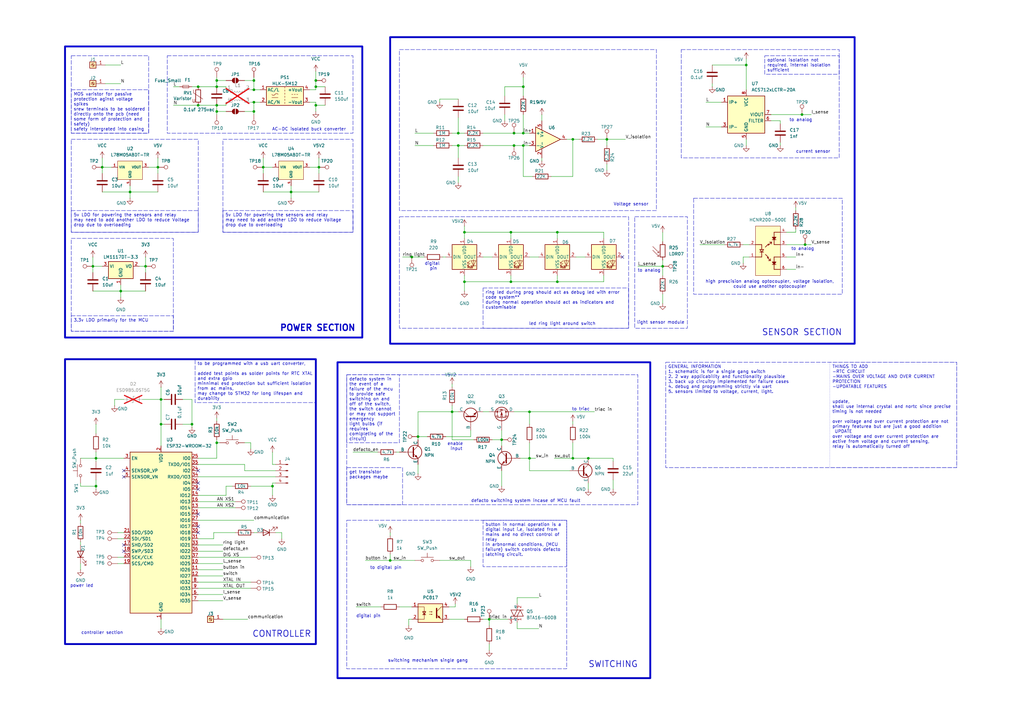
<source format=kicad_sch>
(kicad_sch (version 20250114) (generator "eeschema") (generator_version "9.0")
  (paper "A3")
  (lib_symbols
    (symbol "Amplifier_Operational:TLV9001IDCK" (pin_names (offset 0.127))
      (property "Reference" "U" (at 7.62 2.54 0))
      (property "Value" "TLV9001IDCK" (at 11.43 -2.54 0))
      (symbol "TLV9001IDCK_1_1"
        (pin input line (at -5.08 2.54 0) (length 2.54) (name "+") (number "1"))
        (pin input line (at -5.08 -2.54 0) (length 2.54) (name "-") (number "3"))
        (pin power_in line (at 0 7.62 270) (length 3.81) (name "V+") (number "5"))
        (pin power_in line (at 0 -7.62 90) (length 3.81) (name "V-") (number "2"))
        (pin output line (at 10.16 0 180) (length 2.54) (name "~") (number "4"))
      )
    )
    (symbol "Connector:Conn_01x04_Pin" (pin_names (offset 1.016) (hide yes))
      (property "Reference" "J" (at 0 5.08 0))
      (property "Value" "Conn_01x04_Pin" (at 0 -7.62 0))
      (symbol "Conn_01x04_Pin_1_1"
        (pin passive line (at 5.08 2.54 180) (length 3.81) (name "Pin_1") (number "1"))
        (pin passive line (at 5.08 0 180) (length 3.81) (name "Pin_2") (number "2"))
        (pin passive line (at 5.08 -2.54 180) (length 3.81) (name "Pin_3") (number "3"))
        (pin passive line (at 5.08 -5.08 180) (length 3.81) (name "Pin_4") (number "4"))
      )
    )
    (symbol "Connector:TestPoint" (pin_numbers (hide yes)) (pin_names (offset 0.762) (hide yes))
      (property "Reference" "TP" (at 0 6.858 0))
      (property "Value" "TestPoint" (at 0 5.08 0))
      (symbol "TestPoint_1_1"
        (pin passive line (at 0 0 90) (length 2.54) (name "1") (number "1"))
      )
    )
    (symbol "Converter_ACDC:HLK-5M12"
      (property "Reference" "PS" (at 0 5.08 0))
      (property "Value" "HLK-5M12" (at 0 -5.08 0))
      (symbol "HLK-5M12_1_1"
        (pin power_in line (at -10.16 2.54 0) (length 2.54) (name "AC/L") (number "1"))
        (pin power_in line (at -10.16 -2.54 0) (length 2.54) (name "AC/N") (number "2"))
        (pin power_out line (at 10.16 2.54 180) (length 2.54) (name "+Vout") (number "4"))
        (pin power_out line (at 10.16 -2.54 180) (length 2.54) (name "-Vout") (number "3"))
      )
    )
    (symbol "Device:C" (pin_numbers (hide yes)) (pin_names (offset 0.254))
      (property "Reference" "C" (at 0.635 2.54 0))
      (property "Value" "C" (at 0.635 -2.54 0))
      (symbol "C_1_1"
        (pin passive line (at 0 3.81 270) (length 2.794) (name "~") (number "1"))
        (pin passive line (at 0 -3.81 90) (length 2.794) (name "~") (number "2"))
      )
    )
    (symbol "Device:Fuse_Small" (pin_numbers (hide yes)) (pin_names (offset 0.254) (hide yes))
      (property "Reference" "F" (at 0 -1.524 0))
      (property "Value" "Fuse_Small" (at 0 1.524 0))
      (symbol "Fuse_Small_1_1"
        (pin passive line (at -2.54 0 0) (length 1.27) (name "~") (number "1"))
        (pin passive line (at 2.54 0 180) (length 1.27) (name "~") (number "2"))
      )
    )
    (symbol "Device:LED" (pin_numbers (hide yes)) (pin_names (offset 1.016) (hide yes))
      (property "Reference" "D" (at 0 2.54 0))
      (property "Value" "LED" (at 0 -2.54 0))
      (symbol "LED_1_1"
        (pin passive line (at -3.81 0 0) (length 2.54) (name "K") (number "1"))
        (pin passive line (at 3.81 0 180) (length 2.54) (name "A") (number "2"))
      )
    )
    (symbol "Device:L_Coupled_1243" (pin_names (offset 0.254) (hide yes))
      (property "Reference" "L" (at 0 4.445 0))
      (property "Value" "L_Coupled_1243" (at 0 -4.445 0))
      (symbol "L_Coupled_1243_1_1"
        (pin passive line (at -5.08 2.54 0) (length 2.54) (name "1") (number "1"))
        (pin passive line (at -5.08 -2.54 0) (length 2.54) (name "4") (number "4"))
        (pin passive line (at 5.08 2.54 180) (length 2.54) (name "2") (number "2"))
        (pin passive line (at 5.08 -2.54 180) (length 2.54) (name "3") (number "3"))
      )
    )
    (symbol "Device:R" (pin_numbers (hide yes)) (pin_names (offset 0))
      (property "Reference" "R" (at 2.032 0 90))
      (property "Value" "R" (at 0 0 90))
      (symbol "R_1_1"
        (pin passive line (at 0 3.81 270) (length 1.27) (name "~") (number "1"))
        (pin passive line (at 0 -3.81 90) (length 1.27) (name "~") (number "2"))
      )
    )
    (symbol "Device:Varistor" (pin_numbers (hide yes)) (pin_names (offset 0))
      (property "Reference" "RV" (at 3.175 0 90))
      (property "Value" "Varistor" (at -3.175 0 90))
      (symbol "Varistor_0_0"
        (text "U" (at -1.778 -2.032 0) (effects (font (size 1.27 1.27))))
      )
      (symbol "Varistor_1_1"
        (pin passive line (at 0 3.81 270) (length 1.27) (name "~") (number "1"))
        (pin passive line (at 0 -3.81 90) (length 1.27) (name "~") (number "2"))
      )
    )
    (symbol "Diode:ESD9B5.0ST5G" (pin_numbers (hide yes)) (pin_names (offset 1.016) (hide yes))
      (property "Reference" "D" (at 0 2.54 0))
      (property "Value" "ESD9B5.0ST5G" (at 0 -2.54 0))
      (symbol "ESD9B5.0ST5G_1_1"
        (pin passive line (at -3.81 0 0) (length 2.54) (name "A1") (number "1"))
        (pin passive line (at 3.81 0 180) (length 2.54) (name "A2") (number "2"))
      )
    )
    (symbol "HCNR200-500E:HCNR200-500E" (pin_names (offset 1.016))
      (property "Reference" "U" (at -5.08 10.62 0))
      (property "Value" "HCNR200-500E" (at -5.08 -12.7 0))
      (symbol "HCNR200-500E_0_0"
        (pin passive line (at -7.62 2.54 0) (length 2.54) (name "~") (number "2"))
        (pin passive line (at -7.62 -2.54 0) (length 2.54) (name "~") (number "1"))
        (pin passive line (at 7.62 7.62 180) (length 2.54) (name "~") (number "4"))
        (pin passive line (at 7.62 2.54 180) (length 2.54) (name "~") (number "3"))
        (pin passive line (at 7.62 -2.54 180) (length 2.54) (name "~") (number "5"))
        (pin passive line (at 7.62 -7.62 180) (length 2.54) (name "~") (number "6"))
      )
    )
    (symbol "Isolator:PC817" (pin_names (offset 1.016))
      (property "Reference" "U" (at -5.08 5.08 0))
      (property "Value" "PC817" (at 0 5.08 0))
      (symbol "PC817_1_1"
        (pin passive line (at -7.62 2.54 0) (length 2.54) (name "~") (number "1"))
        (pin passive line (at -7.62 -2.54 0) (length 2.54) (name "~") (number "2"))
        (pin passive line (at 7.62 2.54 180) (length 2.54) (name "~") (number "4"))
        (pin passive line (at 7.62 -2.54 180) (length 2.54) (name "~") (number "3"))
      )
    )
    (symbol "Jumper:SolderJumper_2_Open" (pin_numbers (hide yes)) (pin_names (offset 0) (hide yes)) (exclude_from_sim yes) (in_bom no)
      (property "Reference" "JP" (at 0 2.032 0))
      (property "Value" "SolderJumper_2_Open" (at 0 -2.54 0))
      (symbol "SolderJumper_2_Open_1_1"
        (pin passive line (at -3.81 0 0) (length 2.54) (name "A") (number "1"))
        (pin passive line (at 3.81 0 180) (length 2.54) (name "B") (number "2"))
      )
    )
    (symbol "LED:WS2812B" (pin_names (offset 0.254))
      (property "Reference" "D" (at 5.08 5.715 0))
      (property "Value" "WS2812B" (at 1.27 -5.715 0))
      (symbol "WS2812B_0_0"
        (text "RGB" (at 2.286 -4.191 0) (effects (font (size 0.762 0.762))))
      )
      (symbol "WS2812B_1_1"
        (pin input line (at -7.62 0 0) (length 2.54) (name "DIN") (number "4"))
        (pin power_in line (at 0 7.62 270) (length 2.54) (name "VDD") (number "1"))
        (pin power_in line (at 0 -7.62 90) (length 2.54) (name "VSS") (number "3"))
        (pin output line (at 7.62 0 180) (length 2.54) (name "DOUT") (number "2"))
      )
    )
    (symbol "PCM_JLCPCB-Power:LDO, 5V, 0.5A"
      (property "Reference" "U" (at 0 8.89 0))
      (property "Value" "L78M05ABDT-TR" (at 0 6.35 0))
      (symbol "LDO, 5V, 0.5A_1_1"
        (pin power_in line (at -7.62 2.54 0) (length 2.56) (name "VIN") (number "1"))
        (pin power_in line (at 0 -5.08 90) (length 2.56) (name "GND") (number "4"))
        (pin power_in line (at 7.62 2.54 180) (length 2.56) (name "VOUT") (number "3"))
      )
    )
    (symbol "RF_Module:ESP32-WROOM-32"
      (property "Reference" "U" (at -12.7 34.29 0))
      (property "Value" "ESP32-WROOM-32" (at 1.27 34.29 0))
      (symbol "ESP32-WROOM-32_1_1"
        (pin input line (at -15.24 30.48 0) (length 2.54) (name "EN") (number "3"))
        (pin input line (at -15.24 25.4 0) (length 2.54) (name "SENSOR_VP") (number "4"))
        (pin input line (at -15.24 22.86 0) (length 2.54) (name "SENSOR_VN") (number "5"))
        (pin bidirectional line (at -15.24 0 0) (length 2.54) (name "SDO/SD0") (number "21"))
        (pin bidirectional line (at -15.24 -2.54 0) (length 2.54) (name "SDI/SD1") (number "22"))
        (pin bidirectional line (at -15.24 -5.08 0) (length 2.54) (name "SHD/SD2") (number "17"))
        (pin bidirectional line (at -15.24 -7.62 0) (length 2.54) (name "SWP/SD3") (number "18"))
        (pin bidirectional line (at -15.24 -10.16 0) (length 2.54) (name "SCK/CLK") (number "20"))
        (pin bidirectional line (at -15.24 -12.7 0) (length 2.54) (name "SCS/CMD") (number "19"))
        (pin no_connect line (at -12.7 -27.94 0) (length 2.54) (hide yes) (name "NC") (number "32"))
        (pin power_in line (at 0 35.56 270) (length 2.54) (name "VDD") (number "2"))
        (pin power_in line (at 0 -35.56 90) (length 2.54) (name "GND") (number "1"))
        (pin passive line (at 0 -35.56 90) (length 2.54) (hide yes) (name "GND") (number "15"))
        (pin passive line (at 0 -35.56 90) (length 2.54) (hide yes) (name "GND") (number "38"))
        (pin passive line (at 0 -35.56 90) (length 2.54) (hide yes) (name "GND") (number "39"))
        (pin bidirectional line (at 15.24 30.48 180) (length 2.54) (name "IO0") (number "25"))
        (pin bidirectional line (at 15.24 27.94 180) (length 2.54) (name "TXD0/IO1") (number "35"))
        (pin bidirectional line (at 15.24 25.4 180) (length 2.54) (name "IO2") (number "24"))
        (pin bidirectional line (at 15.24 22.86 180) (length 2.54) (name "RXD0/IO3") (number "34"))
        (pin bidirectional line (at 15.24 20.32 180) (length 2.54) (name "IO4") (number "26"))
        (pin bidirectional line (at 15.24 17.78 180) (length 2.54) (name "IO5") (number "29"))
        (pin bidirectional line (at 15.24 15.24 180) (length 2.54) (name "IO12") (number "14"))
        (pin bidirectional line (at 15.24 12.7 180) (length 2.54) (name "IO13") (number "16"))
        (pin bidirectional line (at 15.24 10.16 180) (length 2.54) (name "IO14") (number "13"))
        (pin bidirectional line (at 15.24 7.62 180) (length 2.54) (name "IO15") (number "23"))
        (pin bidirectional line (at 15.24 5.08 180) (length 2.54) (name "IO16") (number "27"))
        (pin bidirectional line (at 15.24 2.54 180) (length 2.54) (name "IO17") (number "28"))
        (pin bidirectional line (at 15.24 0 180) (length 2.54) (name "IO18") (number "30"))
        (pin bidirectional line (at 15.24 -2.54 180) (length 2.54) (name "IO19") (number "31"))
        (pin bidirectional line (at 15.24 -5.08 180) (length 2.54) (name "IO21") (number "33"))
        (pin bidirectional line (at 15.24 -7.62 180) (length 2.54) (name "IO22") (number "36"))
        (pin bidirectional line (at 15.24 -10.16 180) (length 2.54) (name "IO23") (number "37"))
        (pin bidirectional line (at 15.24 -12.7 180) (length 2.54) (name "IO25") (number "10"))
        (pin bidirectional line (at 15.24 -15.24 180) (length 2.54) (name "IO26") (number "11"))
        (pin bidirectional line (at 15.24 -17.78 180) (length 2.54) (name "IO27") (number "12"))
        (pin bidirectional line (at 15.24 -20.32 180) (length 2.54) (name "IO32") (number "8"))
        (pin bidirectional line (at 15.24 -22.86 180) (length 2.54) (name "IO33") (number "9"))
        (pin input line (at 15.24 -25.4 180) (length 2.54) (name "IO34") (number "6"))
        (pin input line (at 15.24 -27.94 180) (length 2.54) (name "IO35") (number "7"))
      )
    )
    (symbol "Regulator_Linear:LM1117DT-3.3"
      (property "Reference" "U" (at -3.81 3.175 0))
      (property "Value" "LM1117DT-3.3" (at 0 3.175 0))
      (symbol "LM1117DT-3.3_1_1"
        (pin power_in line (at -7.62 0 0) (length 2.54) (name "VI") (number "3"))
        (pin power_in line (at 0 -7.62 90) (length 2.54) (name "GND") (number "1"))
        (pin power_out line (at 7.62 0 180) (length 2.54) (name "VO") (number "2"))
      )
    )
    (symbol "Screw_Terminal_01x01_1" (pin_names (offset 1.016) (hide yes))
      (property "Reference" "J1" (at 0 -2.286 0))
      (symbol "Screw_Terminal_01x01_1_1_1"
        (pin power_out line (at -5.08 0 0) (length 3.81) (name "Pin_1") (number "1"))
      )
    )
    (symbol "Sensor_Current:ACS712xLCTR-20A"
      (property "Reference" "U" (at 2.54 11.43 0))
      (property "Value" "ACS712xLCTR-20A" (at 2.54 8.89 0))
      (symbol "ACS712xLCTR-20A_1_1"
        (pin passive line (at -10.16 5.08 0) (length 2.54) (name "IP+") (number "1"))
        (pin passive line (at -10.16 5.08 0) (length 2.54) (hide yes) (name "IP+") (number "2"))
        (pin passive line (at -10.16 -5.08 0) (length 2.54) (name "IP-") (number "3"))
        (pin passive line (at -10.16 -5.08 0) (length 2.54) (hide yes) (name "IP-") (number "4"))
        (pin power_in line (at 0 10.16 270) (length 2.54) (name "VCC") (number "8"))
        (pin power_in line (at 0 -10.16 90) (length 2.54) (name "GND") (number "5"))
        (pin output line (at 10.16 0 180) (length 2.54) (name "VIOUT") (number "7"))
        (pin passive line (at 10.16 -2.54 180) (length 2.54) (name "FILTER") (number "6"))
      )
    )
    (symbol "Sensor_Optical:LDR07" (pin_numbers (hide yes)) (pin_names (offset 0))
      (property "Reference" "R" (at -5.08 0 90))
      (property "Value" "LDR07" (at 1.905 0 90))
      (symbol "LDR07_1_1"
        (pin passive line (at 0 3.81 270) (length 1.27) (name "~") (number "1"))
        (pin passive line (at 0 -3.81 90) (length 1.27) (name "~") (number "2"))
      )
    )
    (symbol "Simulation_SPICE:NPN" (pin_numbers (hide yes)) (pin_names (offset 0))
      (property "Reference" "Q" (at -2.54 7.62 0))
      (property "Value" "NPN" (at -2.54 5.08 0))
      (symbol "NPN_1_1"
        (pin input line (at -5.08 0 0) (length 2.54) (name "B") (number "2"))
        (pin open_collector line (at 2.54 5.08 270) (length 2.54) (name "C") (number "1"))
        (pin open_emitter line (at 2.54 -5.08 90) (length 2.54) (name "E") (number "3"))
      )
    )
    (symbol "Simulation_SPICE:PMOS" (pin_numbers (hide yes)) (pin_names (offset 0))
      (property "Reference" "Q" (at 5.08 1.27 0))
      (property "Value" "PMOS" (at 5.08 -1.27 0))
      (symbol "PMOS_1_1"
        (pin input line (at -5.08 0 0) (length 2.54) (name "G") (number "2"))
        (pin passive line (at 2.54 5.08 270) (length 2.54) (name "D") (number "1"))
        (pin passive line (at 2.54 -5.08 90) (length 2.54) (name "S") (number "3"))
      )
    )
    (symbol "Switch:SW_Push" (pin_numbers (hide yes)) (pin_names (offset 1.016) (hide yes))
      (property "Reference" "SW" (at 1.27 2.54 0))
      (property "Value" "SW_Push" (at 0 -1.524 0))
      (symbol "SW_Push_0_1"
        (pin passive line (at -5.08 0 0) (length 2.54) (name "1") (number "1"))
        (pin passive line (at 5.08 0 180) (length 2.54) (name "2") (number "2"))
      )
    )
    (symbol "Triac_Thyristor:BTA16-600B" (pin_names (offset 0))
      (property "Reference" "Q" (at 5.08 1.905 0))
      (property "Value" "BTA16-600B" (at 5.08 0 0))
      (symbol "BTA16-600B_1_1"
        (pin input line (at -3.81 -2.54 0) (length 2.54) (name "G") (number "3"))
        (pin passive line (at 0 3.81 270) (length 2.54) (name "A2") (number "2"))
        (pin passive line (at 0 -3.81 90) (length 2.54) (name "A1") (number "1"))
      )
    )
    (symbol "power:GND" (power) (pin_numbers (hide yes)) (pin_names (offset 0) (hide yes))
      (property "Value" "GND" (at 0 -3.81 0))
      (symbol "GND_1_1"
        (pin power_in line (at 0 0 270) (length 0) (name "~") (number "1"))
      )
    )
    (symbol "power:VCC" (power) (pin_numbers (hide yes)) (pin_names (offset 0) (hide yes))
      (property "Value" "VCC" (at 0 3.556 0))
      (symbol "VCC_1_1"
        (pin power_in line (at 0 0 90) (length 0) (name "~") (number "1"))
      )
    )
    (symbol "power:VDD" (power) (pin_numbers (hide yes)) (pin_names (offset 0) (hide yes))
      (property "Value" "VDD" (at 0 3.556 0))
      (symbol "VDD_1_1"
        (pin power_in line (at 0 0 90) (length 0) (name "~") (number "1"))
      )
    )
  )
  (rectangle (start 138.43 148.59) (end 266.7 278.13) (stroke (width 0.762)))
  (rectangle (start 163.83 20.32) (end 269.24 86.36) (stroke (width 0) (type dash)))
  (rectangle (start 279.4 20.32) (end 344.17 64.77) (stroke (width 0) (type dash)))
  (rectangle (start 160.02 15.24) (end 350.52 140.97) (stroke (width 0.762)))
  (rectangle (start 91.44 57.15) (end 144.78 95.25) (stroke (width 0) (type dash)))
  (rectangle (start 26.67 19.05) (end 148.59 138.43) (stroke (width 0.762)))
  (rectangle (start 29.21 97.79) (end 71.12 135.89) (stroke (width 0) (type dash)))
  (rectangle (start 142.24 153.67) (end 261.62 207.01) (stroke (width 0) (type dash)))
  (rectangle (start 142.24 213.36) (end 232.41 274.32) (stroke (width 0) (type dash)))
  (rectangle (start 284.48 81.28) (end 345.44 120.65) (stroke (width 0) (type dash)))
  (rectangle (start 29.21 57.15) (end 81.28 95.25) (stroke (width 0) (type dash)))
  (rectangle (start 29.21 22.86) (end 60.96 54.61) (stroke (width 0) (type dash)))
  (rectangle (start 163.83 88.9) (end 257.81 134.62) (stroke (width 0) (type dash)))
  (rectangle (start 68.58 22.86) (end 144.78 54.61) (stroke (width 0) (type dash)))
  (rectangle (start 260.35 88.9) (end 281.94 134.62) (stroke (width 0) (type dash)))
  (rectangle (start 26.67 147.32) (end 129.54 264.16) (stroke (width 0.762)))
  (text "high prescision analog optocoupler, voltage isolation,\ncould use another optocoupler" (at 315.722 116.586 0) (effects (font (size 1.27 1.27))))
  (text "to triac\n" (at 238.252 167.894 0) (effects (font (size 1.27 1.27))))
  (text "led ring light around switch\n" (at 230.632 132.842 0) (effects (font (size 1.27 1.27))))
  (text "current sensor" (at 333.502 62.23 0) (effects (font (size 1.27 1.27))))
  (text "light sensor module" (at 271.018 132.334 0) (effects (font (size 1.27 1.27))))
  (text "to analog " (at 266.7 110.998 0) (effects (font (size 1.27 1.27))))
  (text "to analog " (at 328.93 49.276 0) (effects (font (size 1.27 1.27))))
  (text "CONTROLLER" (at 115.57 260.096 0) (effects (font (size 2.54 2.54) (thickness 0.254) (bold yes))))
  (text "SENSOR SECTION" (at 328.93 136.398 0) (effects (font (size 2.54 2.54) (thickness 0.254) (bold yes))))
  (text "power led" (at 33.528 240.284 0) (effects (font (size 1.27 1.27))))
  (text "controller section\n" (at 41.91 259.588 0) (effects (font (size 1.27 1.27))))
  (text "digital pin\n" (at 151.13 252.73 0) (effects (font (size 1.27 1.27))))
  (text "Voltage sensor" (at 258.826 83.82 0) (effects (font (size 1.27 1.27))))
  (text "defacto switching system incase of MCU fault" (at 215.646 205.486 0) (effects (font (size 1.27 1.27))))
  (text "SWITCHING" (at 251.46 272.542 0) (effects (font (size 2.54 2.54) (thickness 0.254) (bold yes))))
  (text "switching mechanism single gang\n\n" (at 175.514 272.034 0) (effects (font (size 1.27 1.27))))
  (text "digital\n pin\n\n" (at 177.292 110.236 0) (effects (font (size 1.27 1.27))))
  (text "to digital pin\n" (at 158.242 232.918 0) (effects (font (size 1.27 1.27))))
  (text "enable \ninput" (at 187.198 183.134 0) (effects (font (size 1.27 1.27))))
  (text "to analog " (at 329.692 102.108 0) (effects (font (size 1.27 1.27))))
  (text "AC-DC isolated buck converter\n" (at 126.746 53.086 0) (effects (font (size 1.27 1.27))))
  (text "POWER SECTION" (at 130.302 134.62 0) (effects (font (size 2.54 2.54) (thickness 0.508) (bold yes))))
  (text_box "optional isolation not required, internal isolation sufficient" (at 313.69 22.86 0) (size 30.48 7.62) (margins 0.9525 0.9525 0.9525 0.9525) (stroke (width 0) (type dash)) (effects (font (size 1.27 1.27)) (justify left top)))
  (text_box "to be programmed with a usb uart converter, \n\nadded test points as solder points for RTC XTAL and extra gpio\nminnimal esd protection but sufficient isolation from ac mains, \nmay change to STM32 for long lifespan and durability" (at 80.01 147.32 0) (size 49.53 17.78) (margins 0.9525 0.9525 0.9525 0.9525) (stroke (width 0) (type dash)) (effects (font (size 1.27 1.27)) (justify left top)))
  (text_box "THINGS TO ADD\n-RTC CIRCUIT\n-MAINS OVER VOLTAGE AND OVER CURRENT PROTECTION\n-UPDATABLE FEATURES\n\n\nupdate, \nshall use internal crystal and nortc since precise timing is not needed\n\nover voltage and over current protection are not primary featurea but are just a good addition \n UPDATE\nover voltage and over current protection are active from voltage and current sensing, \nrelay is automatically turned off \n" (at 340.36 148.59 0) (size 52.07 43.18) (margins 0.9525 0.9525 0.9525 0.9525) (stroke (width 0) (type dot)) (effects (font (size 1.27 1.27)) (justify left top)))
  (text_box "defacto system in the event of a failure of the mcu to provide safe switching on and off of the switch, the switch cannot or may not support emergency \nlight bulbs (if requires comlpleting of the circuit)" (at 142.24 153.67 0) (size 21.59 27.94) (margins 0.9525 0.9525 0.9525 0.9525) (stroke (width 0) (type dash)) (effects (font (size 1.27 1.27)) (justify left top)))
  (text_box "MOS varistor for passive protection aginst voltage spikes \nsrew terminals to be soldered directly onto the pcb (need some form of protection and safety)\nsafety intergrated into casing\n" (at 29.21 36.83 0) (size 31.75 17.78) (margins 0.9525 0.9525 0.9525 0.9525) (stroke (width 0) (type dash)) (effects (font (size 1.27 1.27)) (justify left top)))
  (text_box "GENERAL INFORMATION\n1. schematic is for a single gang switch \n2. 2 way applicability and functionality plausible\n3. back up circuitry implemented for failure cases\n4. debug and programming strictly via uart\n5. sensors limited to voltage, current, light." (at 273.05 148.59 0) (size 119.38 43.18) (margins 0.9525 0.9525 0.9525 0.9525) (stroke (width 0) (type dash)) (effects (font (size 1.27 1.27)) (justify left top)))
  (text_box "3.3v LDO primarily for the MCU " (at 29.21 129.54 0) (size 41.91 6.35) (margins 0.9525 0.9525 0.9525 0.9525) (stroke (width 0) (type dash)) (effects (font (size 1.27 1.27)) (justify left top)))
  (text_box "get transistor packages maybe\n" (at 142.24 191.77 0) (size 22.86 15.24) (margins 0.9525 0.9525 0.9525 0.9525) (stroke (width 0) (type dash)) (effects (font (size 1.27 1.27)) (justify left top)))
  (text_box "button in normal operation is a digital input i.e, isolated from mains and no direct control of relay\nin arbnormal conditions, (MCU failure) switch controls defacto latching circuit. " (at 198.12 213.36 0) (size 34.29 19.05) (margins 0.9525 0.9525 0.9525 0.9525) (stroke (width 0) (type dash)) (effects (font (size 1.27 1.27)) (justify left top)))
  (text_box "ring led during prog should act as debug led with error code system**\nduring normal operation should act as indicators and customisable" (at 198.12 118.11 0) (size 59.69 16.51) (margins 0.9525 0.9525 0.9525 0.9525) (stroke (width 0) (type dash)) (effects (font (size 1.27 1.27)) (justify left top)))
  (text_box "5v LDO for powering the sensors and relay \nmay need to add another LDO to reduce Voltage drop due to overloading" (at 91.44 86.36 0) (size 53.34 8.89) (margins 0.9525 0.9525 0.9525 0.9525) (stroke (width 0) (type dash)) (effects (font (size 1.27 1.27)) (justify left top)))
  (text_box "5v LDO for powering the sensors and relay \nmay need to add another LDO to reduce Voltage drop due to overloading" (at 29.21 86.36 0) (size 52.07 8.89) (margins 0.9525 0.9525 0.9525 0.9525) (stroke (width 0) (type dash)) (effects (font (size 1.27 1.27)) (justify left top)))
  (junction (at 59.69 109.22))
  (junction (at 130.81 68.58))
  (junction (at 190.5 95.25))
  (junction (at 129.54 43.18))
  (junction (at 88.9 45.72))
  (junction (at 228.6 95.25))
  (junction (at 81.28 35.56))
  (junction (at 88.9 43.18))
  (junction (at 210.82 54.61))
  (junction (at 41.91 68.58))
  (junction (at 234.95 57.15))
  (junction (at 200.66 254))
  (junction (at 306.07 26.67))
  (junction (at 234.95 187.96))
  (junction (at 39.37 187.96))
  (junction (at 104.14 41.91))
  (junction (at 66.04 163.83))
  (junction (at 129.54 33.02))
  (junction (at 228.6 115.57))
  (junction (at 185.42 168.91))
  (junction (at 214.63 35.56))
  (junction (at 78.74 173.99))
  (junction (at 64.77 68.58))
  (junction (at 111.76 199.39))
  (junction (at 248.92 57.15))
  (junction (at 104.14 33.02))
  (junction (at 171.45 179.07))
  (junction (at 241.3 187.96))
  (junction (at 214.63 59.69))
  (junction (at 210.82 59.69))
  (junction (at 104.14 36.83))
  (junction (at 119.38 78.74))
  (junction (at 190.5 115.57))
  (junction (at 49.53 119.38))
  (junction (at 81.28 43.18))
  (junction (at 187.96 54.61))
  (junction (at 330.2 100.33))
  (junction (at 104.14 45.72))
  (junction (at 39.37 199.39))
  (junction (at 88.9 35.56))
  (junction (at 209.55 115.57))
  (junction (at 88.9 33.02))
  (junction (at 217.17 187.96))
  (junction (at 160.02 229.87))
  (junction (at 214.63 54.61))
  (junction (at 328.93 46.99))
  (junction (at 187.96 59.69))
  (junction (at 129.54 35.56))
  (junction (at 205.74 180.34))
  (junction (at 209.55 95.25))
  (junction (at 217.17 168.91))
  (junction (at 271.78 109.22))
  (junction (at 168.91 105.41))
  (junction (at 88.9 181.61))
  (junction (at 53.34 78.74))
  (junction (at 66.04 173.99))
  (junction (at 38.1 109.22))
  (junction (at 107.95 68.58))
  (no_connect (at 50.8 193.04))
  (no_connect (at 81.28 210.82))
  (no_connect (at 81.28 218.44))
  (no_connect (at 50.8 226.06))
  (no_connect (at 81.28 215.9))
  (no_connect (at 81.28 193.04))
  (no_connect (at 255.27 105.41))
  (no_connect (at 81.28 198.12))
  (no_connect (at 50.8 223.52))
  (no_connect (at 50.8 195.58))
  (no_connect (at 81.28 200.66))
  (wire (pts (xy 119.38 76.2) (xy 119.38 78.74)))
  (wire (pts (xy 212.09 245.11) (xy 220.98 245.11)))
  (wire (pts (xy 127 41.91) (xy 129.54 41.91)))
  (wire (pts (xy 198.12 168.91) (xy 200.66 168.91)))
  (wire (pts (xy 287.02 100.33) (xy 297.18 100.33)))
  (wire (pts (xy 316.23 46.99) (xy 328.93 46.99)))
  (wire (pts (xy 171.45 179.07) (xy 175.26 179.07)))
  (wire (pts (xy 88.9 46.99) (xy 88.9 45.72)))
  (wire (pts (xy 261.62 109.22) (xy 271.78 109.22)))
  (wire (pts (xy 74.93 173.99) (xy 78.74 173.99)))
  (wire (pts (xy 320.04 49.53) (xy 320.04 50.8)))
  (wire (pts (xy 200.66 254) (xy 208.28 254)))
  (wire (pts (xy 71.12 35.56) (xy 73.66 35.56)))
  (wire (pts (xy 81.28 228.6) (xy 102.87 228.6)))
  (wire (pts (xy 198.12 105.41) (xy 201.93 105.41)))
  (wire (pts (xy 228.6 113.03) (xy 228.6 115.57)))
  (wire (pts (xy 104.14 36.83) (xy 106.68 36.83)))
  (wire (pts (xy 81.28 205.74) (xy 96.52 205.74)))
  (wire (pts (xy 102.87 41.91) (xy 104.14 41.91)))
  (wire (pts (xy 111.76 68.58) (xy 107.95 68.58)))
  (wire (pts (xy 248.92 67.31) (xy 248.92 69.85)))
  (wire (pts (xy 162.56 185.42) (xy 163.83 185.42)))
  (wire (pts (xy 100.33 193.04) (xy 113.03 193.04)))
  (wire (pts (xy 49.53 119.38) (xy 49.53 121.92)))
  (wire (pts (xy 104.14 31.75) (xy 104.14 33.02)))
  (wire (pts (xy 247.65 113.03) (xy 247.65 115.57)))
  (wire (pts (xy 187.96 54.61) (xy 190.5 54.61)))
  (wire (pts (xy 96.52 218.44) (xy 87.63 218.44)))
  (wire (pts (xy 74.93 163.83) (xy 78.74 163.83)))
  (wire (pts (xy 210.82 168.91) (xy 217.17 168.91)))
  (wire (pts (xy 91.44 254) (xy 101.6 254)))
  (wire (pts (xy 241.3 187.96) (xy 251.46 187.96)))
  (wire (pts (xy 71.12 43.18) (xy 81.28 43.18)))
  (wire (pts (xy 186.69 248.92) (xy 184.15 248.92)))
  (wire (pts (xy 205.74 180.34) (xy 205.74 182.88)))
  (wire (pts (xy 271.78 106.68) (xy 271.78 109.22)))
  (wire (pts (xy 207.01 46.99) (xy 207.01 49.53)))
  (wire (pts (xy 205.74 193.04) (xy 205.74 199.39)))
  (wire (pts (xy 102.87 181.61) (xy 102.87 184.15)))
  (wire (pts (xy 289.56 41.91) (xy 295.91 41.91)))
  (wire (pts (xy 88.9 35.56) (xy 92.71 35.56)))
  (wire (pts (xy 160.02 218.44) (xy 160.02 219.71)))
  (wire (pts (xy 78.74 35.56) (xy 81.28 35.56)))
  (wire (pts (xy 87.63 220.98) (xy 81.28 220.98)))
  (wire (pts (xy 160.02 229.87) (xy 170.18 229.87)))
  (wire (pts (xy 167.64 256.54) (xy 167.64 254)))
  (wire (pts (xy 180.34 40.64) (xy 180.34 41.91)))
  (wire (pts (xy 182.88 179.07) (xy 193.04 179.07)))
  (wire (pts (xy 185.42 168.91) (xy 187.96 168.91)))
  (wire (pts (xy 289.56 52.07) (xy 295.91 52.07)))
  (wire (pts (xy 111.76 190.5) (xy 113.03 190.5)))
  (wire (pts (xy 217.17 187.96) (xy 217.17 181.61)))
  (wire (pts (xy 38.1 105.41) (xy 38.1 109.22)))
  (wire (pts (xy 228.6 95.25) (xy 228.6 97.79)))
  (wire (pts (xy 81.28 190.5) (xy 100.33 190.5)))
  (wire (pts (xy 200.66 264.16) (xy 200.66 266.7)))
  (wire (pts (xy 214.63 59.69) (xy 217.17 59.69)))
  (wire (pts (xy 198.12 54.61) (xy 210.82 54.61)))
  (wire (pts (xy 227.33 187.96) (xy 234.95 187.96)))
  (wire (pts (xy 193.04 229.87) (xy 193.04 232.41)))
  (wire (pts (xy 43.18 34.29) (xy 49.53 34.29)))
  (wire (pts (xy 245.11 57.15) (xy 248.92 57.15)))
  (wire (pts (xy 81.28 236.22) (xy 91.44 236.22)))
  (wire (pts (xy 66.04 182.88) (xy 66.04 173.99)))
  (wire (pts (xy 41.91 78.74) (xy 53.34 78.74)))
  (wire (pts (xy 180.34 229.87) (xy 193.04 229.87)))
  (wire (pts (xy 226.06 72.39) (xy 234.95 72.39)))
  (wire (pts (xy 113.03 218.44) (xy 115.57 218.44)))
  (wire (pts (xy 102.87 241.3) (xy 81.28 241.3)))
  (wire (pts (xy 247.65 97.79) (xy 247.65 95.25)))
  (wire (pts (xy 92.71 36.83) (xy 92.71 35.56)))
  (wire (pts (xy 304.8 105.41) (xy 304.8 107.95)))
  (wire (pts (xy 87.63 218.44) (xy 87.63 220.98)))
  (wire (pts (xy 210.82 59.69) (xy 214.63 59.69)))
  (wire (pts (xy 214.63 72.39) (xy 218.44 72.39)))
  (wire (pts (xy 66.04 254) (xy 66.04 257.81)))
  (wire (pts (xy 129.54 41.91) (xy 129.54 43.18)))
  (wire (pts (xy 187.96 48.26) (xy 187.96 54.61)))
  (wire (pts (xy 53.34 76.2) (xy 53.34 78.74)))
  (wire (pts (xy 102.87 199.39) (xy 111.76 199.39)))
  (wire (pts (xy 92.71 199.39) (xy 92.71 203.2)))
  (wire (pts (xy 64.77 64.77) (xy 64.77 68.58)))
  (wire (pts (xy 330.2 100.33) (xy 332.74 100.33)))
  (wire (pts (xy 214.63 46.99) (xy 214.63 54.61)))
  (wire (pts (xy 100.33 33.02) (xy 104.14 33.02)))
  (wire (pts (xy 88.9 181.61) (xy 90.17 181.61)))
  (wire (pts (xy 251.46 196.85) (xy 251.46 200.66)))
  (wire (pts (xy 190.5 115.57) (xy 190.5 119.38)))
  (wire (pts (xy 187.96 72.39) (xy 187.96 74.93)))
  (wire (pts (xy 33.02 213.36) (xy 33.02 214.63)))
  (wire (pts (xy 81.28 243.84) (xy 91.44 243.84)))
  (wire (pts (xy 88.9 33.02) (xy 92.71 33.02)))
  (wire (pts (xy 45.72 68.58) (xy 41.91 68.58)))
  (wire (pts (xy 33.02 222.25) (xy 33.02 223.52)))
  (wire (pts (xy 129.54 35.56) (xy 133.35 35.56)))
  (wire (pts (xy 92.71 203.2) (xy 81.28 203.2)))
  (wire (pts (xy 190.5 92.71) (xy 190.5 95.25)))
  (wire (pts (xy 41.91 68.58) (xy 41.91 71.12)))
  (wire (pts (xy 33.02 199.39) (xy 39.37 199.39)))
  (wire (pts (xy 187.96 59.69) (xy 190.5 59.69)))
  (wire (pts (xy 33.02 231.14) (xy 33.02 233.68)))
  (wire (pts (xy 48.26 231.14) (xy 50.8 231.14)))
  (wire (pts (xy 185.42 59.69) (xy 187.96 59.69)))
  (wire (pts (xy 171.45 180.34) (xy 171.45 179.07)))
  (wire (pts (xy 214.63 35.56) (xy 214.63 39.37)))
  (wire (pts (xy 81.28 213.36) (xy 104.14 213.36)))
  (wire (pts (xy 39.37 185.42) (xy 39.37 187.96)))
  (wire (pts (xy 64.77 68.58) (xy 64.77 71.12)))
  (wire (pts (xy 234.95 172.72) (xy 234.95 173.99)))
  (wire (pts (xy 88.9 181.61) (xy 88.9 187.96)))
  (wire (pts (xy 66.04 173.99) (xy 66.04 163.83)))
  (wire (pts (xy 247.65 95.25) (xy 228.6 95.25)))
  (wire (pts (xy 207.01 39.37) (xy 207.01 35.56)))
  (wire (pts (xy 81.28 233.68) (xy 91.44 233.68)))
  (wire (pts (xy 81.28 231.14) (xy 91.44 231.14)))
  (wire (pts (xy 212.09 247.65) (xy 212.09 245.11)))
  (wire (pts (xy 185.42 157.48) (xy 185.42 158.75)))
  (wire (pts (xy 187.96 59.69) (xy 187.96 64.77)))
  (wire (pts (xy 234.95 181.61) (xy 234.95 187.96)))
  (wire (pts (xy 193.04 179.07) (xy 193.04 176.53)))
  (wire (pts (xy 200.66 254) (xy 200.66 256.54)))
  (wire (pts (xy 104.14 41.91) (xy 106.68 41.91)))
  (wire (pts (xy 184.15 254) (xy 190.5 254)))
  (wire (pts (xy 59.69 109.22) (xy 59.69 111.76)))
  (wire (pts (xy 171.45 190.5) (xy 171.45 194.31)))
  (wire (pts (xy 88.9 180.34) (xy 88.9 181.61)))
  (wire (pts (xy 119.38 78.74) (xy 130.81 78.74)))
  (wire (pts (xy 248.92 57.15) (xy 256.54 57.15)))
  (wire (pts (xy 217.17 187.96) (xy 219.71 187.96)))
  (wire (pts (xy 33.02 187.96) (xy 39.37 187.96)))
  (wire (pts (xy 100.33 190.5) (xy 100.33 193.04)))
  (wire (pts (xy 129.54 43.18) (xy 129.54 45.72)))
  (wire (pts (xy 307.34 105.41) (xy 304.8 105.41)))
  (wire (pts (xy 46.99 163.83) (xy 46.99 166.37)))
  (wire (pts (xy 129.54 43.18) (xy 133.35 43.18)))
  (wire (pts (xy 236.22 105.41) (xy 240.03 105.41)))
  (wire (pts (xy 57.15 109.22) (xy 59.69 109.22)))
  (wire (pts (xy 170.18 54.61) (xy 177.8 54.61)))
  (wire (pts (xy 306.07 57.15) (xy 306.07 59.69)))
  (wire (pts (xy 38.1 119.38) (xy 49.53 119.38)))
  (wire (pts (xy 39.37 199.39) (xy 39.37 200.66)))
  (wire (pts (xy 271.78 109.22) (xy 271.78 113.03)))
  (wire (pts (xy 39.37 187.96) (xy 39.37 189.23)))
  (wire (pts (xy 81.28 43.18) (xy 88.9 43.18)))
  (wire (pts (xy 214.63 54.61) (xy 217.17 54.61)))
  (wire (pts (xy 107.95 64.77) (xy 107.95 68.58)))
  (wire (pts (xy 326.39 85.09) (xy 326.39 86.36)))
  (wire (pts (xy 168.91 105.41) (xy 173.99 105.41)))
  (wire (pts (xy 271.78 95.25) (xy 271.78 99.06)))
  (wire (pts (xy 217.17 168.91) (xy 243.84 168.91)))
  (wire (pts (xy 160.02 229.87) (xy 160.02 227.33)))
  (wire (pts (xy 306.07 26.67) (xy 292.1 26.67)))
  (wire (pts (xy 322.58 105.41) (xy 326.39 105.41)))
  (wire (pts (xy 59.69 105.41) (xy 59.69 109.22)))
  (wire (pts (xy 39.37 196.85) (xy 39.37 199.39)))
  (wire (pts (xy 214.63 31.75) (xy 214.63 35.56)))
  (wire (pts (xy 170.18 59.69) (xy 177.8 59.69)))
  (wire (pts (xy 66.04 158.75) (xy 66.04 163.83)))
  (wire (pts (xy 130.81 68.58) (xy 130.81 71.12)))
  (wire (pts (xy 232.41 57.15) (xy 234.95 57.15)))
  (wire (pts (xy 66.04 163.83) (xy 67.31 163.83)))
  (wire (pts (xy 49.53 116.84) (xy 49.53 119.38)))
  (wire (pts (xy 53.34 78.74) (xy 64.77 78.74)))
  (wire (pts (xy 146.05 248.92) (xy 156.21 248.92)))
  (wire (pts (xy 171.45 168.91) (xy 171.45 179.07)))
  (wire (pts (xy 212.09 255.27) (xy 212.09 257.81)))
  (wire (pts (xy 234.95 187.96) (xy 241.3 187.96)))
  (wire (pts (xy 53.34 78.74) (xy 53.34 81.28)))
  (wire (pts (xy 92.71 199.39) (xy 95.25 199.39)))
  (wire (pts (xy 78.74 163.83) (xy 78.74 173.99)))
  (wire (pts (xy 228.6 95.25) (xy 209.55 95.25)))
  (wire (pts (xy 213.36 187.96) (xy 217.17 187.96)))
  (wire (pts (xy 167.64 254) (xy 168.91 254)))
  (wire (pts (xy 81.28 35.56) (xy 88.9 35.56)))
  (wire (pts (xy 102.87 238.76) (xy 81.28 238.76)))
  (wire (pts (xy 149.86 229.87) (xy 160.02 229.87)))
  (wire (pts (xy 127 68.58) (xy 130.81 68.58)))
  (wire (pts (xy 104.14 218.44) (xy 105.41 218.44)))
  (wire (pts (xy 186.69 247.65) (xy 186.69 248.92)))
  (wire (pts (xy 209.55 113.03) (xy 209.55 115.57)))
  (wire (pts (xy 217.17 168.91) (xy 217.17 173.99)))
  (wire (pts (xy 104.14 45.72) (xy 104.14 41.91)))
  (wire (pts (xy 81.28 226.06) (xy 91.44 226.06)))
  (wire (pts (xy 78.74 173.99) (xy 78.74 175.26)))
  (wire (pts (xy 48.26 218.44) (xy 50.8 218.44)))
  (wire (pts (xy 165.1 105.41) (xy 168.91 105.41)))
  (wire (pts (xy 185.42 168.91) (xy 185.42 180.34)))
  (wire (pts (xy 130.81 64.77) (xy 130.81 68.58)))
  (wire (pts (xy 43.18 26.67) (xy 49.53 26.67)))
  (wire (pts (xy 247.65 115.57) (xy 228.6 115.57)))
  (wire (pts (xy 107.95 78.74) (xy 119.38 78.74)))
  (wire (pts (xy 111.76 185.42) (xy 111.76 190.5)))
  (wire (pts (xy 322.58 95.25) (xy 326.39 95.25)))
  (wire (pts (xy 102.87 36.83) (xy 104.14 36.83)))
  (wire (pts (xy 107.95 68.58) (xy 107.95 71.12)))
  (wire (pts (xy 248.92 57.15) (xy 248.92 59.69)))
  (wire (pts (xy 222.25 46.99) (xy 222.25 49.53)))
  (wire (pts (xy 58.42 163.83) (xy 66.04 163.83)))
  (wire (pts (xy 234.95 57.15) (xy 237.49 57.15)))
  (wire (pts (xy 328.93 46.99) (xy 332.74 46.99)))
  (wire (pts (xy 316.23 49.53) (xy 320.04 49.53)))
  (wire (pts (xy 88.9 33.02) (xy 88.9 35.56)))
  (wire (pts (xy 163.83 248.92) (xy 168.91 248.92)))
  (wire (pts (xy 201.93 180.34) (xy 205.74 180.34)))
  (wire (pts (xy 88.9 187.96) (xy 81.28 187.96)))
  (wire (pts (xy 88.9 31.75) (xy 88.9 33.02)))
  (wire (pts (xy 198.12 254) (xy 200.66 254)))
  (wire (pts (xy 49.53 119.38) (xy 59.69 119.38)))
  (wire (pts (xy 217.17 193.04) (xy 217.17 187.96)))
  (wire (pts (xy 185.42 180.34) (xy 194.31 180.34)))
  (wire (pts (xy 111.76 198.12) (xy 113.03 198.12)))
  (wire (pts (xy 81.28 195.58) (xy 113.03 195.58)))
  (wire (pts (xy 214.63 59.69) (xy 214.63 72.39)))
  (wire (pts (xy 292.1 35.56) (xy 292.1 34.29)))
  (wire (pts (xy 100.33 45.72) (xy 104.14 45.72)))
  (wire (pts (xy 322.58 100.33) (xy 330.2 100.33)))
  (wire (pts (xy 198.12 59.69) (xy 210.82 59.69)))
  (wire (pts (xy 127 36.83) (xy 129.54 36.83)))
  (wire (pts (xy 81.28 246.38) (xy 91.44 246.38)))
  (wire (pts (xy 111.76 203.2) (xy 111.76 199.39)))
  (wire (pts (xy 271.78 120.65) (xy 271.78 124.46)))
  (wire (pts (xy 228.6 115.57) (xy 209.55 115.57)))
  (wire (pts (xy 129.54 29.21) (xy 129.54 33.02)))
  (wire (pts (xy 190.5 115.57) (xy 190.5 113.03)))
  (wire (pts (xy 209.55 95.25) (xy 190.5 95.25)))
  (wire (pts (xy 241.3 198.12) (xy 241.3 200.66)))
  (wire (pts (xy 92.71 41.91) (xy 92.71 43.18)))
  (wire (pts (xy 66.04 173.99) (xy 67.31 173.99)))
  (wire (pts (xy 39.37 173.99) (xy 39.37 177.8)))
  (wire (pts (xy 38.1 109.22) (xy 38.1 111.76)))
  (wire (pts (xy 209.55 115.57) (xy 190.5 115.57)))
  (wire (pts (xy 104.14 46.99) (xy 104.14 45.72)))
  (wire (pts (xy 306.07 26.67) (xy 306.07 36.83)))
  (wire (pts (xy 33.02 198.12) (xy 33.02 199.39)))
  (wire (pts (xy 41.91 64.77) (xy 41.91 68.58)))
  (wire (pts (xy 217.17 105.41) (xy 220.98 105.41)))
  (wire (pts (xy 119.38 78.74) (xy 119.38 81.28)))
  (wire (pts (xy 50.8 187.96) (xy 39.37 187.96)))
  (wire (pts (xy 171.45 168.91) (xy 185.42 168.91)))
  (wire (pts (xy 185.42 54.61) (xy 187.96 54.61)))
  (wire (pts (xy 222.25 64.77) (xy 222.25 66.04)))
  (wire (pts (xy 129.54 36.83) (xy 129.54 35.56)))
  (wire (pts (xy 185.42 166.37) (xy 185.42 168.91)))
  (wire (pts (xy 81.28 208.28) (xy 96.52 208.28)))
  (wire (pts (xy 60.96 68.58) (xy 64.77 68.58)))
  (wire (pts (xy 210.82 54.61) (xy 214.63 54.61)))
  (wire (pts (xy 306.07 24.13) (xy 306.07 26.67)))
  (wire (pts (xy 41.91 109.22) (xy 38.1 109.22)))
  (wire (pts (xy 205.74 176.53) (xy 205.74 180.34)))
  (wire (pts (xy 81.28 223.52) (xy 91.44 223.52)))
  (wire (pts (xy 251.46 189.23) (xy 251.46 187.96)))
  (wire (pts (xy 234.95 72.39) (xy 234.95 57.15)))
  (wire (pts (xy 190.5 95.25) (xy 190.5 97.79)))
  (wire (pts (xy 88.9 45.72) (xy 92.71 45.72)))
  (wire (pts (xy 48.26 220.98) (xy 50.8 220.98)))
  (wire (pts (xy 212.09 257.81) (xy 220.98 257.81)))
  (wire (pts (xy 100.33 181.61) (xy 102.87 181.61)))
  (wire (pts (xy 104.14 33.02) (xy 104.14 36.83)))
  (wire (pts (xy 88.9 171.45) (xy 88.9 172.72)))
  (wire (pts (xy 48.26 228.6) (xy 50.8 228.6)))
  (wire (pts (xy 50.8 163.83) (xy 46.99 163.83)))
  (wire (pts (xy 233.68 193.04) (xy 217.17 193.04)))
  (wire (pts (xy 326.39 93.98) (xy 326.39 95.25)))
  (wire (pts (xy 181.61 105.41) (xy 182.88 105.41)))
  (wire (pts (xy 92.71 43.18) (xy 88.9 43.18)))
  (wire (pts (xy 129.54 33.02) (xy 129.54 35.56)))
  (wire (pts (xy 320.04 59.69) (xy 320.04 58.42)))
  (wire (pts (xy 187.96 40.64) (xy 180.34 40.64)))
  (wire (pts (xy 144.78 185.42) (xy 154.94 185.42)))
  (wire (pts (xy 88.9 45.72) (xy 88.9 43.18)))
  (wire (pts (xy 207.01 35.56) (xy 214.63 35.56)))
  (wire (pts (xy 115.57 218.44) (xy 115.57 220.98)))
  (wire (pts (xy 111.76 199.39) (xy 111.76 198.12)))
  (wire (pts (xy 322.58 110.49) (xy 326.39 110.49)))
  (wire (pts (xy 304.8 100.33) (xy 307.34 100.33)))
  (wire (pts (xy 209.55 95.25) (xy 209.55 97.79)))
  (label "AN XS1" (at 88.9 205.74 0))
  (label "V_isolation" (at 287.02 100.33 0))
  (label "sw_in" (at 161.29 229.87 0))
  (label "in+" (at 326.39 105.41 0))
  (label "L" (at 49.53 26.67 0))
  (label "sw_out" (at 184.15 229.87 0))
  (label "in-" (at 326.39 110.49 0))
  (label "N" (at 49.53 34.29 0))
  (label "ring light" (at 91.44 223.52 0))
  (label "triac in" (at 200.66 254 0))
  (label "sw_in" (at 219.71 187.96 0))
  (label "triac in" (at 243.84 168.91 0))
  (label "V_sense" (at 332.74 100.33 0))
  (label "defacto_en" (at 91.44 226.06 0))
  (label "L" (at 170.18 54.61 0))
  (label "L_sense" (at 91.44 231.14 0))
  (label "I_sense" (at 91.44 243.84 0))
  (label "N" (at 289.56 52.07 0))
  (label "DIG XS" (at 91.44 228.6 0))
  (label "communication" (at 104.14 213.36 0))
  (label "XTAL OUT" (at 91.44 241.3 0))
  (label "AN XS2" (at 88.9 208.28 0))
  (label "N" (at 170.18 59.69 0))
  (label "in-" (at 214.63 59.69 0))
  (label "switch " (at 146.05 248.92 0))
  (label "defacto_en" (at 144.78 185.42 0))
  (label "button in" (at 91.44 233.68 0))
  (label "L" (at 220.98 245.11 0))
  (label "V_sense" (at 91.44 246.38 0))
  (label "I_sense" (at 332.74 46.99 0))
  (label "N" (at 220.98 257.81 0))
  (label "switch " (at 91.44 236.22 0))
  (label "ring light" (at 165.1 105.41 0))
  (label "V_isolation" (at 256.54 57.15 0))
  (label "communication" (at 101.6 254 0))
  (label "XTAL IN" (at 91.44 238.76 0))
  (label "sw_out" (at 227.33 187.96 0))
  (label "L_sense" (at 261.62 109.22 0))
  (label "L" (at 71.12 35.56 0))
  (label "in+" (at 214.63 54.61 0))
  (label "button in" (at 149.86 229.87 0))
  (label "L" (at 289.56 41.91 0))
  (label "N" (at 71.12 43.18 0))
  (symbol (lib_id "power:VDD") (at 66.04 158.75 0) (unit 1)
    (property "Reference" "#PWR012" (effects (hide yes)))
    (property "Value" "3V3" (at 66.04 153.67 0))
    (property "Description" "Power symbol creates a global label with name \"VDD\"" (effects (hide yes)))
  )
  (symbol (lib_id "Simulation_SPICE:NPN") (at 193.04 171.45 90) (unit 1)
    (property "Reference" "Q2" (at 193.04 162.56 90))
    (property "Value" "NPN" (at 193.04 165.1 90))
    (property "Footprint" "Package_TO_SOT_SMD:SOT-23_Handsoldering" (effects (hide yes)))
    (property "Datasheet" "https://ngspice.sourceforge.io/docs/ngspice-html-manual/manual.xhtml#cha_BJTs" (effects (hide yes)))
    (property "Description" "Bipolar transistor symbol for simulation only, substrate tied to the emitter" (effects (hide yes)))
    (property "Sim.Device" "NPN" (effects (hide yes)))
    (property "Sim.Type" "GUMMELPOON" (effects (hide yes)))
    (property "Sim.Pins" "1=C 2=B 3=E" (effects (hide yes)))
  )
  (symbol (lib_id "Device:R") (at 248.92 63.5 0) (mirror y) (unit 1)
    (property "Reference" "R24" (at 251.206 64.516 90))
    (property "Value" "2.2K" (at 248.92 63.754 90))
    (property "Footprint" "Resistor_SMD:R_1812_4532Metric_Pad1.30x3.40mm_HandSolder" (effects (hide yes)))
    (property "Description" "Resistor" (effects (hide yes)))
  )
  (symbol (lib_id "Connector:TestPoint") (at 88.9 46.99 0) (mirror x) (unit 1)
    (property "Reference" "TP10" (at 89.154 52.578 0))
    (property "Value" "TestPoint" (effects (hide yes)))
    (property "Footprint" "TestPoint:TestPoint_Pad_D4.0mm" (effects (hide yes)))
    (property "Description" "test point" (effects (hide yes)))
  )
  (symbol (lib_id "power:GND") (at 78.74 175.26 0) (unit 1)
    (property "Reference" "#PWR014" (effects (hide yes)))
    (property "Value" "GND" (at 78.74 178.816 0))
    (property "Description" "Power symbol creates a global label with name \"GND\" , ground" (effects (hide yes)))
  )
  (symbol (lib_id "Device:C") (at 187.96 68.58 0) (unit 1)
    (property "Reference" "C13" (at 191.77 67.3099 0) (effects (justify left)))
    (property "Value" "10uf" (at 191.77 69.8499 0) (effects (justify left)))
    (property "Footprint" "Capacitor_SMD:C_1812_4532Metric" (effects (hide yes)))
    (property "Description" "Unpolarized capacitor" (effects (hide yes)))
  )
  (symbol (lib_id "Connector:Conn_01x04_Pin") (at 118.11 193.04 0) (mirror y) (unit 1)
    (property "Reference" "J4" (at 117.856 188.214 0))
    (property "Value" "Conn_01x04_Pin" (effects (hide yes)))
    (property "Footprint" "Connector_Molex:Molex_PicoBlade_53261-0471_1x04-1MP_P1.25mm_Horizontal" (effects (hide yes)))
    (property "Description" "Generic connector, single row, 01x04, script generated" (effects (hide yes)))
  )
  (symbol (lib_id "Switch:SW_Push") (at 95.25 181.61 0) (unit 1)
    (property "Reference" "SW2" (at 95.25 173.99 0))
    (property "Value" "SW_Push" (at 95.25 176.53 0))
    (property "Footprint" "Button_Switch_THT:SW_PUSH_6mm_H5mm" (effects (hide yes)))
    (property "Description" "Push button switch, generic, two pins" (effects (hide yes)))
  )
  (symbol (lib_id "power:GND") (at 111.76 203.2 0) (unit 1)
    (property "Reference" "#PWR019" (effects (hide yes)))
    (property "Value" "GND" (at 111.76 207.01 0))
    (property "Description" "Power symbol creates a global label with name \"GND\" , ground" (effects (hide yes)))
  )
  (symbol (lib_id "Device:R") (at 39.37 181.61 0) (unit 1)
    (property "Reference" "R2" (at 41.91 180.3399 0) (effects (justify left)))
    (property "Value" "10k" (at 41.91 182.8799 0) (effects (justify left)))
    (property "Footprint" "Resistor_SMD:R_1812_4532Metric_Pad1.30x3.40mm_HandSolder" (effects (hide yes)))
    (property "Description" "Resistor" (effects (hide yes)))
  )
  (symbol (lib_id "power:VCC") (at 222.25 46.99 0) (unit 1)
    (property "Reference" "#PWR039" (effects (hide yes)))
    (property "Value" "V5V" (at 222.25 41.91 0))
    (property "Description" "Power symbol creates a global label with name \"VCC\"" (effects (hide yes)))
  )
  (symbol (lib_id "Connector:TestPoint") (at 104.14 31.75 0) (unit 1)
    (property "Reference" "TP16" (at 104.394 26.162 0))
    (property "Value" "TestPoint" (effects (hide yes)))
    (property "Footprint" "TestPoint:TestPoint_Pad_D4.0mm" (effects (hide yes)))
    (property "Description" "test point" (effects (hide yes)))
  )
  (symbol (lib_id "power:GND") (at 193.04 232.41 0) (unit 1)
    (property "Reference" "#PWR034" (effects (hide yes)))
    (property "Value" "GND" (at 193.04 237.49 0))
    (property "Description" "Power symbol creates a global label with name \"GND\" , ground" (effects (hide yes)))
  )
  (symbol (lib_id "power:VCC") (at 130.81 64.77 0) (unit 1)
    (property "Reference" "#PWR024" (effects (hide yes)))
    (property "Value" "V5V2" (at 130.81 59.69 0))
    (property "Description" "Power symbol creates a global label with name \"VCC\"" (effects (hide yes)))
  )
  (symbol (lib_id "Connector:TestPoint") (at 205.74 180.34 270) (mirror x) (unit 1)
    (property "Reference" "TP24" (at 211.074 180.34 0))
    (property "Value" "TestPoint" (effects (hide yes)))
    (property "Footprint" "TestPoint:TestPoint_Pad_D4.0mm" (effects (hide yes)))
    (property "Description" "test point" (effects (hide yes)))
  )
  (symbol (lib_id "power:VDD") (at 39.37 173.99 0) (unit 1)
    (property "Reference" "#PWR04" (effects (hide yes)))
    (property "Value" "3V3" (at 39.37 168.91 0))
    (property "Description" "Power symbol creates a global label with name \"VDD\"" (effects (hide yes)))
  )
  (symbol (lib_id "power:GND") (at 207.01 49.53 0) (mirror y) (unit 1)
    (property "Reference" "#PWR037" (effects (hide yes)))
    (property "Value" "GND" (at 203.962 49.53 0))
    (property "Description" "Power symbol creates a global label with name \"GND\" , ground" (effects (hide yes)))
  )
  (symbol (lib_id "Triac_Thyristor:BTA16-600B") (at 212.09 251.46 0) (unit 1)
    (property "Reference" "Q5" (at 215.9 250.7741 0) (effects (justify left)))
    (property "Value" "BTA16-600B" (at 215.9 253.3141 0) (effects (justify left)))
    (property "Footprint" "Package_TO_SOT_THT:TO-220-3_Vertical" (effects (hide yes)))
    (property "Datasheet" "https://www.st.com/resource/en/datasheet/bta16.pdf" (effects (hide yes)))
    (property "Description" "16A RMS, 600V Off-State Voltage, 50mA Sensitivity, Insulated, Triac, TO-220" (effects (hide yes)))
  )
  (symbol (lib_id "power:VDD") (at 33.02 213.36 0) (unit 1)
    (property "Reference" "#PWR01" (effects (hide yes)))
    (property "Value" "3V3" (at 33.02 208.28 0))
    (property "Description" "Power symbol creates a global label with name \"VDD\"" (effects (hide yes)))
  )
  (symbol (lib_id "Device:Varistor") (at 81.28 39.37 0) (unit 1)
    (property "Reference" "RV1" (at 75.184 38.1 0) (effects (justify left)))
    (property "Value" "Varistor" (at 71.12 40.386 0) (effects (justify left)))
    (property "Footprint" "Varistor:RV_Disc_D12mm_W3.9mm_P7.5mm" (effects (hide yes)))
    (property "Datasheet" "kicad-embed://2410010300_SURGING-20D271KJ_C2839533.pdf" (effects (hide yes)))
    (property "Description" "Voltage dependent resistor" (effects (hide yes)))
    (property "Sim.Name" "kicad_builtin_varistor" (effects (hide yes)))
    (property "Sim.Device" "SUBCKT" (effects (hide yes)))
    (property "Sim.Pins" "1=A 2=B" (effects (hide yes)))
    (property "Sim.Params" "threshold=1k" (effects (hide yes)))
    (property "Sim.Library" "${KICAD7_SYMBOL_DIR}/Simulation_SPICE.sp" (effects (hide yes)))
  )
  (symbol (lib_id "power:VCC") (at 185.42 157.48 0) (unit 1)
    (property "Reference" "#PWR029" (effects (hide yes)))
    (property "Value" "V5V2" (at 182.372 153.67 0) (effects (justify left)))
    (property "Description" "Power symbol creates a global label with name \"VCC\"" (effects (hide yes)))
  )
  (symbol (lib_id "Device:LED") (at 109.22 218.44 180) (unit 1)
    (property "Reference" "D3" (at 106.68 217.424 0))
    (property "Value" "LED" (effects (hide yes)))
    (property "Footprint" "LED_SMD:LED_1206_3216Metric" (effects (hide yes)))
    (property "Description" "Light emitting diode" (effects (hide yes)))
    (property "Sim.Pins" "1=K 2=A" (effects (hide yes)))
  )
  (symbol (lib_id "Connector:TestPoint") (at 171.45 179.07 90) (unit 1)
    (property "Reference" "TP22" (at 166.116 179.07 0))
    (property "Value" "TestPoint" (effects (hide yes)))
    (property "Footprint" "TestPoint:TestPoint_Pad_D4.0mm" (effects (hide yes)))
    (property "Description" "test point" (effects (hide yes)))
  )
  (symbol (lib_id "Connector:TestPoint") (at 41.91 68.58 90) (unit 1)
    (property "Reference" "TP2" (at 38.608 66.04 90))
    (property "Value" "TestPoint" (effects (hide yes)))
    (property "Footprint" "TestPoint:TestPoint_Pad_D4.0mm" (effects (hide yes)))
    (property "Description" "test point" (effects (hide yes)))
  )
  (symbol (lib_id "Device:Fuse_Small") (at 76.2 35.56 0) (unit 1)
    (property "Reference" "F1" (at 76.962 32.766 0))
    (property "Value" "Fuse_Small" (at 68.834 33.02 0))
    (property "Footprint" "Fuse:Fuse_2512_6332Metric" (effects (hide yes)))
    (property "Description" "Fuse, small symbol" (effects (hide yes)))
  )
  (symbol (lib_id "Device:R") (at 181.61 59.69 270) (unit 1)
    (property "Reference" "R12" (at 180.594 57.404 90))
    (property "Value" "1M" (at 181.356 59.69 90))
    (property "Footprint" "Resistor_SMD:R_1812_4532Metric_Pad1.30x3.40mm_HandSolder" (effects (hide yes)))
    (property "Description" "Resistor" (effects (hide yes)))
  )
  (symbol (lib_id "power:GND") (at 39.37 200.66 0) (unit 1)
    (property "Reference" "#PWR05" (effects (hide yes)))
    (property "Value" "GND" (at 42.672 201.93 0))
    (property "Description" "Power symbol creates a global label with name \"GND\" , ground" (effects (hide yes)))
  )
  (symbol (lib_id "power:GND") (at 251.46 200.66 0) (mirror y) (unit 1)
    (property "Reference" "#PWR044" (effects (hide yes)))
    (property "Value" "GND" (at 248.412 200.66 0))
    (property "Description" "Power symbol creates a global label with name \"GND\" , ground" (effects (hide yes)))
  )
  (symbol (lib_id "power:GND") (at 306.07 59.69 0) (mirror y) (unit 1)
    (property "Reference" "#PWR050" (effects (hide yes)))
    (property "Value" "GND" (at 303.022 59.69 0))
    (property "Description" "Power symbol creates a global label with name \"GND\" , ground" (effects (hide yes)))
  )
  (symbol (lib_id "Device:C") (at 251.46 193.04 0) (unit 1)
    (property "Reference" "C15" (at 255.27 191.7699 0) (effects (justify left)))
    (property "Value" "22uf" (at 255.27 194.3099 0) (effects (justify left)))
    (property "Footprint" "Capacitor_SMD:C_1812_4532Metric" (effects (hide yes)))
    (property "Description" "Unpolarized capacitor" (effects (hide yes)))
  )
  (symbol (lib_id "Connector:TestPoint") (at 96.52 208.28 270) (mirror x) (unit 1)
    (property "Reference" "TP12" (at 103.632 208.534 90))
    (property "Value" "TestPoint" (effects (hide yes)))
    (property "Footprint" "TestPoint:TestPoint_Pad_D2.5mm" (effects (hide yes)))
    (property "Description" "test point" (effects (hide yes)))
  )
  (symbol (lib_id "Device:R") (at 214.63 43.18 0) (unit 1)
    (property "Reference" "R19" (at 217.17 41.9099 0) (effects (justify left)))
    (property "Value" "22K" (at 214.63 45.212 90) (effects (justify left)))
    (property "Footprint" "Resistor_SMD:R_1812_4532Metric_Pad1.30x3.40mm_HandSolder" (effects (hide yes)))
    (property "Description" "Resistor" (effects (hide yes)))
  )
  (symbol (lib_id "power:VCC") (at 160.02 218.44 0) (unit 1)
    (property "Reference" "#PWR025" (effects (hide yes)))
    (property "Value" "V5V" (at 156.972 215.646 0))
    (property "Description" "Power symbol creates a global label with name \"VCC\"" (effects (hide yes)))
  )
  (symbol (lib_id "Simulation_SPICE:PMOS") (at 205.74 171.45 270) (mirror x) (unit 1)
    (property "Reference" "Q3" (at 205.74 162.56 90))
    (property "Value" "PMOS" (at 205.74 165.1 90))
    (property "Footprint" "Package_TO_SOT_SMD:SOT-23_Handsoldering" (effects (hide yes)))
    (property "Datasheet" "https://ngspice.sourceforge.io/docs/ngspice-html-manual/manual.xhtml#cha_MOSFETs" (effects (hide yes)))
    (property "Description" "P-MOSFET transistor, drain/source/gate" (effects (hide yes)))
    (property "Sim.Device" "PMOS" (effects (hide yes)))
    (property "Sim.Type" "VDMOS" (effects (hide yes)))
    (property "Sim.Pins" "1=D 2=G 3=S" (effects (hide yes)))
  )
  (symbol (lib_id "power:VCC") (at 59.69 105.41 0) (unit 1)
    (property "Reference" "#PWR010" (effects (hide yes)))
    (property "Value" "3V3" (at 59.69 100.33 0))
    (property "Description" "Power symbol creates a global label with name \"VCC\"" (effects (hide yes)))
  )
  (symbol (lib_id "Device:R") (at 198.12 180.34 90) (unit 1)
    (property "Reference" "R17" (at 197.866 183.388 90))
    (property "Value" "100k" (at 198.12 180.34 90))
    (property "Footprint" "Resistor_SMD:R_1812_4532Metric_Pad1.30x3.40mm_HandSolder" (effects (hide yes)))
    (property "Description" "Resistor" (effects (hide yes)))
  )
  (symbol (lib_id "Device:R") (at 241.3 57.15 270) (unit 1)
    (property "Reference" "R23" (at 240.284 54.864 90))
    (property "Value" "2.2K" (at 241.046 57.15 90))
    (property "Footprint" "Resistor_SMD:R_1812_4532Metric_Pad1.30x3.40mm_HandSolder" (effects (hide yes)))
    (property "Description" "Resistor" (effects (hide yes)))
  )
  (symbol (lib_id "Device:R") (at 158.75 185.42 90) (unit 1)
    (property "Reference" "R6" (at 158.496 188.468 90))
    (property "Value" "4.7k" (at 158.75 185.42 90))
    (property "Footprint" "Resistor_SMD:R_1812_4532Metric_Pad1.30x3.40mm_HandSolder" (effects (hide yes)))
    (property "Description" "Resistor" (effects (hide yes)))
  )
  (symbol (lib_id "power:GND") (at 119.38 81.28 0) (unit 1)
    (property "Reference" "#PWR021" (effects (hide yes)))
    (property "Value" "GND" (at 115.824 83.312 0))
    (property "Description" "Power symbol creates a global label with name \"GND\" , ground" (effects (hide yes)))
  )
  (symbol (lib_id "Simulation_SPICE:NPN") (at 238.76 193.04 0) (unit 1)
    (property "Reference" "Q6" (at 243.84 191.7699 0) (effects (justify left)))
    (property "Value" "NPN" (at 243.84 194.3099 0) (effects (justify left)))
    (property "Footprint" "Package_TO_SOT_SMD:SOT-23_Handsoldering" (effects (hide yes)))
    (property "Datasheet" "https://ngspice.sourceforge.io/docs/ngspice-html-manual/manual.xhtml#cha_BJTs" (effects (hide yes)))
    (property "Description" "Bipolar transistor symbol for simulation only, substrate tied to the emitter" (effects (hide yes)))
    (property "Sim.Device" "NPN" (effects (hide yes)))
    (property "Sim.Type" "GUMMELPOON" (effects (hide yes)))
    (property "Sim.Pins" "1=C 2=B 3=E" (effects (hide yes)))
  )
  (symbol (lib_id "Device:R") (at 100.33 218.44 90) (unit 1)
    (property "Reference" "R5" (at 100.076 216.154 90))
    (property "Value" "4.7k" (at 100.33 218.44 90))
    (property "Footprint" "Resistor_SMD:R_1812_4532Metric_Pad1.30x3.40mm_HandSolder" (effects (hide yes)))
    (property "Description" "Resistor" (effects (hide yes)))
  )
  (symbol (lib_id "power:GND") (at 102.87 184.15 0) (unit 1)
    (property "Reference" "#PWR016" (effects (hide yes)))
    (property "Value" "GND" (at 106.172 185.42 0))
    (property "Description" "Power symbol creates a global label with name \"GND\" , ground" (effects (hide yes)))
  )
  (symbol (lib_id "Switch:SW_Push") (at 175.26 229.87 0) (unit 1)
    (property "Reference" "SW3" (at 175.26 222.25 0))
    (property "Value" "SW_Push" (at 175.26 224.79 0))
    (property "Footprint" "Button_Switch_THT:SW_PUSH_6mm_H5mm" (effects (hide yes)))
    (property "Description" "Push button switch, generic, two pins" (effects (hide yes)))
  )
  (symbol (lib_id "LED:WS2812B") (at 190.5 105.41 0) (unit 1)
    (property "Reference" "D4" (at 192.786 99.06 0))
    (property "Value" "WS2812B" (effects (hide yes)))
    (property "Footprint" "LED_SMD:LED_WS2812B_PLCC4_5.0x5.0mm_P3.2mm" (effects (hide yes)))
    (property "Datasheet" "https://cdn-shop.adafruit.com/datasheets/WS2812B.pdf" (effects (hide yes)))
    (property "Description" "RGB LED with integrated controller" (effects (hide yes)))
  )
  (symbol (lib_id "Device:C") (at 41.91 74.93 0) (unit 1)
    (property "Reference" "C3" (at 45.72 73.6599 0) (effects (justify left)))
    (property "Value" "10uf" (at 45.72 76.1999 0) (effects (justify left)))
    (property "Footprint" "Capacitor_SMD:C_1812_4532Metric" (effects (hide yes)))
    (property "Description" "Unpolarized capacitor" (effects (hide yes)))
  )
  (symbol (lib_id "Isolator:PC817") (at 176.53 251.46 0) (unit 1)
    (property "Reference" "U5" (at 176.53 242.57 0))
    (property "Value" "PC817" (at 176.53 245.11 0))
    (property "Footprint" "Package_DIP:DIP-4_W7.62mm" (effects (hide yes)))
    (property "Datasheet" "http://www.soselectronic.cz/a_info/resource/d/pc817.pdf" (effects (hide yes)))
    (property "Description" "DC Optocoupler, Vce 35V, CTR 50-300%, DIP-4" (effects (hide yes)))
  )
  (symbol (lib_id "Device:R") (at 194.31 54.61 270) (unit 1)
    (property "Reference" "R14" (at 193.294 52.324 90))
    (property "Value" "2.2K" (at 194.056 54.61 90))
    (property "Footprint" "Resistor_SMD:R_1812_4532Metric_Pad1.30x3.40mm_HandSolder" (effects (hide yes)))
    (property "Description" "Resistor" (effects (hide yes)))
  )
  (symbol (lib_id "Connector:TestPoint") (at 104.14 46.99 180) (unit 1)
    (property "Reference" "TP17" (at 103.886 52.578 0))
    (property "Value" "TestPoint" (effects (hide yes)))
    (property "Footprint" "TestPoint:TestPoint_Pad_D4.0mm" (effects (hide yes)))
    (property "Description" "test point" (effects (hide yes)))
  )
  (symbol (lib_id "RF_Module:ESP32-WROOM-32") (at 66.04 218.44 0) (unit 1)
    (property "Reference" "U3" (at 68.1833 180.34 0) (effects (justify left)))
    (property "Value" "ESP32-WROOM-32" (at 68.1833 182.88 0) (effects (justify left)))
    (property "Footprint" "RF_Module:ESP32-WROOM-32" (effects (hide yes)))
    (property "Datasheet" "https://www.espressif.com/sites/default/files/documentation/esp32-wroom-32_datasheet_en.pdf" (effects (hide yes)))
    (property "Description" "RF Module, ESP32-D0WDQ6 SoC, Wi-Fi 802.11b/g/n, Bluetooth, BLE, 32-bit, 2.7-3.6V, onboard antenna, SMD" (effects (hide yes)))
  )
  (symbol (lib_id "Jumper:SolderJumper_2_Open") (at 96.52 33.02 0) (unit 1) (in_bom no)
    (property "Reference" "JP1" (at 96.52 30.48 0))
    (property "Value" "SolderJumper_2_Open" (effects (hide yes)))
    (property "Footprint" "Jumper:SolderJumper-2_P1.3mm_Open_RoundedPad1.0x1.5mm" (effects (hide yes)))
    (property "Description" "Solder Jumper, 2-pole, open" (effects (hide yes)))
  )
  (symbol (lib_id "power:GND") (at 292.1 35.56 0) (unit 1)
    (property "Reference" "#PWR047" (effects (hide yes)))
    (property "Value" "GND" (at 295.402 36.83 0))
    (property "Description" "Power symbol creates a global label with name \"GND\" , ground" (effects (hide yes)))
  )
  (symbol (lib_id "power:VCC") (at 186.69 247.65 0) (unit 1)
    (property "Reference" "#PWR030" (effects (hide yes)))
    (property "Value" "V5V2" (at 184.404 243.84 0) (effects (justify left)))
    (property "Description" "Power symbol creates a global label with name \"VCC\"" (effects (hide yes)))
  )
  (symbol (lib_id "power:GND") (at 205.74 199.39 0) (mirror y) (unit 1)
    (property "Reference" "#PWR036" (effects (hide yes)))
    (property "Value" "GND" (at 202.692 199.39 0))
    (property "Description" "Power symbol creates a global label with name \"GND\" , ground" (effects (hide yes)))
  )
  (symbol (lib_id "Device:C") (at 207.01 43.18 0) (mirror y) (unit 1)
    (property "Reference" "C14" (at 203.2 41.9099 0) (effects (justify left)))
    (property "Value" "10uf" (at 203.2 44.4499 0) (effects (justify left)))
    (property "Footprint" "Capacitor_SMD:C_1812_4532Metric" (effects (hide yes)))
    (property "Description" "Unpolarized capacitor" (effects (hide yes)))
  )
  (symbol (lib_id "Device:R") (at 194.31 59.69 270) (unit 1)
    (property "Reference" "R15" (at 193.294 57.404 90))
    (property "Value" "2.2K" (at 194.056 59.69 90))
    (property "Footprint" "Resistor_SMD:R_1812_4532Metric_Pad1.30x3.40mm_HandSolder" (effects (hide yes)))
    (property "Description" "Resistor" (effects (hide yes)))
  )
  (symbol (lib_id "Regulator_Linear:LM1117DT-3.3") (at 49.53 109.22 0) (unit 1)
    (property "Reference" "U1" (at 49.53 102.87 0))
    (property "Value" "LM1117DT-3.3" (at 49.53 105.41 0))
    (property "Footprint" "Package_TO_SOT_SMD:TO-252-3_TabPin2" (effects (hide yes)))
    (property "Datasheet" "http://www.ti.com/lit/ds/symlink/lm1117.pdf" (effects (hide yes)))
    (property "Description" "800mA Low-Dropout Linear Regulator, 3.3V fixed output, TO-252" (effects (hide yes)))
  )
  (symbol (lib_id "Jumper:SolderJumper_2_Open") (at 96.52 45.72 0) (unit 1) (in_bom no)
    (property "Reference" "JP2" (at 96.52 43.18 0))
    (property "Value" "SolderJumper_2_Open" (effects (hide yes)))
    (property "Footprint" "Jumper:SolderJumper-2_P1.3mm_Open_RoundedPad1.0x1.5mm" (effects (hide yes)))
    (property "Description" "Solder Jumper, 2-pole, open" (effects (hide yes)))
  )
  (symbol (lib_id "power:GND") (at 222.25 66.04 0) (mirror y) (unit 1)
    (property "Reference" "#PWR040" (effects (hide yes)))
    (property "Value" "GND" (at 219.202 66.04 0))
    (property "Description" "Power symbol creates a global label with name \"GND\" , ground" (effects (hide yes)))
  )
  (symbol (lib_id "Device:C") (at 38.1 115.57 0) (unit 1)
    (property "Reference" "C1" (at 41.91 114.2999 0) (effects (justify left)))
    (property "Value" "10uf" (at 41.91 116.8399 0) (effects (justify left)))
    (property "Footprint" "Capacitor_SMD:C_1812_4532Metric" (effects (hide yes)))
    (property "Description" "Unpolarized capacitor" (effects (hide yes)))
  )
  (symbol (lib_id "power:VCC") (at 111.76 185.42 0) (unit 1)
    (property "Reference" "#PWR018" (effects (hide yes)))
    (property "Value" "VCC" (at 111.76 180.34 0))
    (property "Description" "Power symbol creates a global label with name \"VCC\"" (effects (hide yes)))
  )
  (symbol (lib_name "Screw_Terminal_01x01_1") (lib_id "Connector:Screw_Terminal_01x01") (at 38.1 26.67 180) (unit 1)
    (property "Reference" "J1" (at 38.1 24.384 0))
    (property "Value" "Screw_Terminal_01x01" (effects (hide yes)))
    (property "Footprint" "TerminalBlock_MetzConnect:TerminalBlock_MetzConnect_360271_1x01_Horizontal_ScrewM3.0_Boxed" (effects (hide yes)))
    (property "Description" "Generic screw terminal, single row, 01x01, script generated (kicad-library-utils/schlib/autogen/connector/)" (effects (hide yes)))
  )
  (symbol (lib_id "power:VCC") (at 41.91 64.77 0) (unit 1)
    (property "Reference" "#PWR06" (effects (hide yes)))
    (property "Value" "VCC" (at 41.91 59.69 0))
    (property "Description" "Power symbol creates a global label with name \"VCC\"" (effects (hide yes)))
  )
  (symbol (lib_id "Connector:TestPoint") (at 107.95 68.58 90) (unit 1)
    (property "Reference" "TP18" (at 104.648 66.04 90))
    (property "Value" "TestPoint" (effects (hide yes)))
    (property "Footprint" "TestPoint:TestPoint_Pad_D4.0mm" (effects (hide yes)))
    (property "Description" "test point" (effects (hide yes)))
  )
  (symbol (lib_name "Screw_Terminal_01x01_1") (lib_id "Connector:Screw_Terminal_01x01") (at 86.36 254 180) (unit 1)
    (property "Reference" "J3" (at 86.36 251.714 0))
    (property "Value" "Screw_Terminal_01x01" (effects (hide yes)))
    (property "Footprint" "TerminalBlock_MetzConnect:TerminalBlock_MetzConnect_360271_1x01_Horizontal_ScrewM3.0_Boxed" (effects (hide yes)))
    (property "Description" "Generic screw terminal, single row, 01x01, script generated (kicad-library-utils/schlib/autogen/connector/)" (effects (hide yes)))
  )
  (symbol (lib_id "Device:R") (at 177.8 105.41 90) (unit 1)
    (property "Reference" "R9" (at 177.8 99.06 90))
    (property "Value" "220" (at 177.8 101.6 90))
    (property "Footprint" "Resistor_SMD:R_1812_4532Metric_Pad1.30x3.40mm_HandSolder" (effects (hide yes)))
    (property "Description" "Resistor" (effects (hide yes)))
  )
  (symbol (lib_id "Connector:TestPoint") (at 38.1 109.22 90) (unit 1)
    (property "Reference" "TP1" (at 34.798 106.68 90))
    (property "Value" "TestPoint" (effects (hide yes)))
    (property "Footprint" "TestPoint:TestPoint_Pad_D4.0mm" (effects (hide yes)))
    (property "Description" "test point" (effects (hide yes)))
  )
  (symbol (lib_id "power:GND") (at 129.54 45.72 0) (unit 1)
    (property "Reference" "#PWR023" (effects (hide yes)))
    (property "Value" "GND" (at 129.54 50.038 0))
    (property "Description" "Power symbol creates a global label with name \"GND\" , ground" (effects (hide yes)))
  )
  (symbol (lib_id "power:GND") (at 167.64 256.54 0) (unit 1)
    (property "Reference" "#PWR026" (effects (hide yes)))
    (property "Value" "GND" (at 167.64 261.62 0))
    (property "Description" "Power symbol creates a global label with name \"GND\" , ground" (effects (hide yes)))
  )
  (symbol (lib_id "power:GND") (at 241.3 200.66 0) (mirror y) (unit 1)
    (property "Reference" "#PWR042" (effects (hide yes)))
    (property "Value" "GND" (at 238.252 200.66 0))
    (property "Description" "Power symbol creates a global label with name \"GND\" , ground" (effects (hide yes)))
  )
  (symbol (lib_id "Connector:TestPoint") (at 48.26 220.98 90) (mirror x) (unit 1)
    (property "Reference" "TP4" (at 41.148 220.726 90))
    (property "Value" "TestPoint" (effects (hide yes)))
    (property "Footprint" "TestPoint:TestPoint_Pad_D2.5mm" (effects (hide yes)))
    (property "Description" "test point" (effects (hide yes)))
  )
  (symbol (lib_id "LED:WS2812B") (at 228.6 105.41 0) (unit 1)
    (property "Reference" "D6" (at 231.902 99.314 0))
    (property "Value" "WS2812B" (effects (hide yes)))
    (property "Footprint" "LED_SMD:LED_WS2812B_PLCC4_5.0x5.0mm_P3.2mm" (effects (hide yes)))
    (property "Datasheet" "https://cdn-shop.adafruit.com/datasheets/WS2812B.pdf" (effects (hide yes)))
    (property "Description" "RGB LED with integrated controller" (effects (hide yes)))
  )
  (symbol (lib_id "Connector:TestPoint") (at 271.78 109.22 270) (mirror x) (unit 1)
    (property "Reference" "TP28" (at 276.86 109.22 0))
    (property "Value" "TestPoint" (effects (hide yes)))
    (property "Footprint" "TestPoint:TestPoint_Pad_D4.0mm" (effects (hide yes)))
    (property "Description" "test point" (effects (hide yes)))
  )
  (symbol (lib_id "power:VCC") (at 64.77 64.77 0) (unit 1)
    (property "Reference" "#PWR011" (effects (hide yes)))
    (property "Value" "V5V" (at 64.77 59.69 0))
    (property "Description" "Power symbol creates a global label with name \"VCC\"" (effects (hide yes)))
  )
  (symbol (lib_id "power:GND") (at 320.04 59.69 0) (mirror y) (unit 1)
    (property "Reference" "#PWR051" (effects (hide yes)))
    (property "Value" "GND" (at 317.246 59.69 0))
    (property "Description" "Power symbol creates a global label with name \"GND\" , ground" (effects (hide yes)))
  )
  (symbol (lib_id "power:GND") (at 248.92 69.85 0) (mirror y) (unit 1)
    (property "Reference" "#PWR043" (effects (hide yes)))
    (property "Value" "GND" (at 245.872 69.85 0))
    (property "Description" "Power symbol creates a global label with name \"GND\" , ground" (effects (hide yes)))
  )
  (symbol (lib_id "power:VCC") (at 271.78 95.25 0) (unit 1)
    (property "Reference" "#PWR045" (effects (hide yes)))
    (property "Value" "V5V" (at 268.986 92.71 0))
    (property "Description" "Power symbol creates a global label with name \"VCC\"" (effects (hide yes)))
  )
  (symbol (lib_id "power:VCC") (at 214.63 31.75 0) (unit 1)
    (property "Reference" "#PWR038" (effects (hide yes)))
    (property "Value" "V5V" (at 214.63 26.67 0))
    (property "Description" "Power symbol creates a global label with name \"VCC\"" (effects (hide yes)))
  )
  (symbol (lib_id "power:GND") (at 304.8 107.95 0) (mirror y) (unit 1)
    (property "Reference" "#PWR048" (effects (hide yes)))
    (property "Value" "GND" (at 301.752 107.95 0))
    (property "Description" "Power symbol creates a global label with name \"GND\" , ground" (effects (hide yes)))
  )
  (symbol (lib_id "Switch:SW_Push") (at 33.02 193.04 90) (mirror x) (unit 1)
    (property "Reference" "SW1" (at 31.242 200.152 0))
    (property "Value" "SW_Push" (at 30.48 187.96 0))
    (property "Footprint" "Button_Switch_THT:SW_PUSH_6mm_H5mm" (effects (hide yes)))
    (property "Description" "Push button switch, generic, two pins" (effects (hide yes)))
  )
  (symbol (lib_id "Device:R") (at 185.42 162.56 0) (unit 1)
    (property "Reference" "R13" (at 182.372 162.306 90))
    (property "Value" "10k" (at 185.42 162.56 90))
    (property "Footprint" "Resistor_SMD:R_1812_4532Metric_Pad1.30x3.40mm_HandSolder" (effects (hide yes)))
    (property "Description" "Resistor" (effects (hide yes)))
  )
  (symbol (lib_id "power:GND") (at 271.78 124.46 0) (mirror y) (unit 1)
    (property "Reference" "#PWR046" (effects (hide yes)))
    (property "Value" "GND" (at 268.732 124.46 0))
    (property "Description" "Power symbol creates a global label with name \"GND\" , ground" (effects (hide yes)))
  )
  (symbol (lib_id "Connector:TestPoint") (at 330.2 100.33 0) (mirror y) (unit 1)
    (property "Reference" "TP30" (at 330.2 95.25 0))
    (property "Value" "TestPoint" (effects (hide yes)))
    (property "Footprint" "TestPoint:TestPoint_Pad_D4.0mm" (effects (hide yes)))
    (property "Description" "test point" (effects (hide yes)))
  )
  (symbol (lib_id "Device:R") (at 271.78 116.84 0) (unit 1)
    (property "Reference" "R26" (at 274.32 115.5699 0) (effects (justify left)))
    (property "Value" "22K" (at 271.78 118.872 90) (effects (justify left)))
    (property "Footprint" "Resistor_SMD:R_1812_4532Metric_Pad1.30x3.40mm_HandSolder" (effects (hide yes)))
    (property "Description" "Resistor" (effects (hide yes)))
  )
  (symbol (lib_id "LED:WS2812B") (at 247.65 105.41 0) (unit 1)
    (property "Reference" "D7" (at 251.206 98.806 0))
    (property "Value" "WS2812B" (effects (hide yes)))
    (property "Footprint" "LED_SMD:LED_WS2812B_PLCC4_5.0x5.0mm_P3.2mm" (effects (hide yes)))
    (property "Datasheet" "https://cdn-shop.adafruit.com/datasheets/WS2812B.pdf" (effects (hide yes)))
    (property "Description" "RGB LED with integrated controller" (effects (hide yes)))
  )
  (symbol (lib_id "Device:R") (at 179.07 179.07 90) (unit 1)
    (property "Reference" "R10" (at 178.816 182.118 90))
    (property "Value" "4.7k" (at 179.07 179.07 90))
    (property "Footprint" "Resistor_SMD:R_1812_4532Metric_Pad1.30x3.40mm_HandSolder" (effects (hide yes)))
    (property "Description" "Resistor" (effects (hide yes)))
  )
  (symbol (lib_id "Amplifier_Operational:TLV9001IDCK") (at 222.25 57.15 0) (unit 1)
    (property "Reference" "U6" (at 226.314 52.324 0))
    (property "Value" "TLV9001IDCK" (effects (hide yes)))
    (property "Footprint" "Package_TO_SOT_SMD:SOT-353_SC-70-5" (effects (hide yes)))
    (property "Datasheet" "https://www.ti.com/lit/ds/symlink/tlv9001.pdf" (effects (hide yes)))
    (property "Description" "Low-power, Rail-to-Rail, 1MHz Operational Amplifier, SOT-353" (effects (hide yes)))
  )
  (symbol (lib_id "Diode:ESD9B5.0ST5G") (at 54.61 163.83 0) (unit 1) (on_board no) (dnp yes)
    (property "Reference" "D2" (at 54.61 157.48 0))
    (property "Value" "ESD9B5.0ST5G" (at 54.61 160.02 0))
    (property "Footprint" "Diode_SMD:D_SOD-923" (effects (hide yes)))
    (property "Datasheet" "https://www.onsemi.com/pub/Collateral/ESD9B-D.PDF" (effects (hide yes)))
    (property "Description" "ESD protection diode, 5.0Vrwm, SOD-923" (effects (hide yes)))
  )
  (symbol (lib_id "Connector:TestPoint") (at 130.81 68.58 270) (mirror x) (unit 1)
    (property "Reference" "TP20" (at 134.112 66.04 90))
    (property "Value" "TestPoint" (effects (hide yes)))
    (property "Footprint" "TestPoint:TestPoint_Pad_D4.0mm" (effects (hide yes)))
    (property "Description" "test point" (effects (hide yes)))
  )
  (symbol (lib_id "Device:C") (at 130.81 74.93 0) (unit 1)
    (property "Reference" "C10" (at 134.62 73.6599 0) (effects (justify left)))
    (property "Value" "10uf" (at 134.62 76.1999 0) (effects (justify left)))
    (property "Footprint" "Capacitor_SMD:C_1812_4532Metric" (effects (hide yes)))
    (property "Description" "Unpolarized capacitor" (effects (hide yes)))
  )
  (symbol (lib_id "Connector:TestPoint") (at 59.69 109.22 270) (mirror x) (unit 1)
    (property "Reference" "TP7" (at 62.992 106.68 90))
    (property "Value" "TestPoint" (effects (hide yes)))
    (property "Footprint" "TestPoint:TestPoint_Pad_D4.0mm" (effects (hide yes)))
    (property "Description" "test point" (effects (hide yes)))
  )
  (symbol (lib_id "Device:C") (at 133.35 39.37 0) (unit 1)
    (property "Reference" "C11" (at 137.16 38.0999 0) (effects (justify left)))
    (property "Value" "150uf" (at 137.16 40.6399 0) (effects (justify left)))
    (property "Footprint" "Capacitor_SMD:C_Elec_6.3x7.7" (effects (hide yes)))
    (property "Description" "Unpolarized capacitor" (effects (hide yes)))
  )
  (symbol (lib_id "Converter_ACDC:HLK-5M12") (at 116.84 39.37 0) (unit 1)
    (property "Reference" "PS1" (at 116.84 31.75 0))
    (property "Value" "HLK-5M12" (at 116.84 34.29 0))
    (property "Footprint" "Converter_ACDC:Converter_ACDC_Hi-Link_HLK-5Mxx" (effects (hide yes)))
    (property "Datasheet" "http://h.hlktech.com/download/ACDC%E7%94%B5%E6%BA%90%E6%A8%A1%E5%9D%975W%E7%B3%BB%E5%88%97/1/%E6%B5%B7%E5%87%8C%E7%A7%915W%E7%B3%BB%E5%88%97%E7%94%B5%E6%BA%90%E6%A8%A1%E5%9D%97%E8%A7%84%E6%A0%BC%E4%B9%A6V2.8.pdf" (effects (hide yes)))
    (property "Description" "Compact AC/DC board mount power module 5W, 12V 0.420A" (effects (hide yes)))
  )
  (symbol (lib_id "Device:R") (at 33.02 218.44 0) (unit 1)
    (property "Reference" "R1" (at 30.48 218.186 90))
    (property "Value" "10k" (at 33.02 218.44 90))
    (property "Footprint" "Resistor_SMD:R_1812_4532Metric_Pad1.30x3.40mm_HandSolder" (effects (hide yes)))
    (property "Description" "Resistor" (effects (hide yes)))
  )
  (symbol (lib_id "power:VCC") (at 326.39 85.09 0) (unit 1)
    (property "Reference" "#PWR052" (effects (hide yes)))
    (property "Value" "V5V" (at 329.184 83.312 0))
    (property "Description" "Power symbol creates a global label with name \"VCC\"" (effects (hide yes)))
  )
  (symbol (lib_id "Device:L_Coupled_1243") (at 97.79 39.37 0) (unit 1) (on_board no) (dnp yes)
    (property "Reference" "L1" (at 97.536 35.052 0))
    (property "Value" "L_Coupled_1243" (effects (hide yes)))
    (property "Footprint" "Inductor_THT:Choke_Schaffner_RN212-04-12.5x18.0mm" (effects (hide yes)))
    (property "Description" "Coupled inductor" (effects (hide yes)))
  )
  (symbol (lib_id "Simulation_SPICE:NPN") (at 168.91 185.42 0) (unit 1)
    (property "Reference" "Q1" (at 173.99 184.1499 0) (effects (justify left)))
    (property "Value" "NPN" (at 173.99 186.6899 0) (effects (justify left)))
    (property "Footprint" "Package_TO_SOT_SMD:SOT-23_Handsoldering" (effects (hide yes)))
    (property "Datasheet" "https://ngspice.sourceforge.io/docs/ngspice-html-manual/manual.xhtml#cha_BJTs" (effects (hide yes)))
    (property "Description" "Bipolar transistor symbol for simulation only, substrate tied to the emitter" (effects (hide yes)))
    (property "Sim.Device" "NPN" (effects (hide yes)))
    (property "Sim.Type" "GUMMELPOON" (effects (hide yes)))
    (property "Sim.Pins" "1=C 2=B 3=E" (effects (hide yes)))
  )
  (symbol (lib_id "PCM_JLCPCB-Power:LDO, 5V, 0.5A") (at 119.38 71.12 0) (unit 1)
    (property "Reference" "U4" (at 119.38 60.96 0))
    (property "Value" "L78M05ABDT-TR" (at 119.38 63.5 0))
    (property "Footprint" "PCM_JLCPCB:TO-252-2_L6.5-W6.1-P4.58-LS10.0-TL" (effects (hide yes)))
    (property "Datasheet" "https://www.lcsc.com/datasheet/lcsc_datasheet_2307281528_STMicroelectronics-L78M05ABDT-TR_C58069.pdf" (effects (hide yes)))
    (property "Description" "62dB@(120Hz) 500mA Fixed 5V Positive electrode 35V TO-252-2(DPAK) Voltage Regulators - Linear, Low Drop Out (LDO) Regulators ROHS" (effects (hide yes)))
    (property "LCSC" "C58069" (effects (hide yes)))
    (property "Stock" "39949" (effects (hide yes)))
    (property "Price" "0.109USD" (effects (hide yes)))
    (property "Process" "SMT" (effects (hide yes)))
    (property "Minimum Qty" "5" (effects (hide yes)))
    (property "Attrition Qty" "1" (effects (hide yes)))
    (property "Class" "Basic Component" (effects (hide yes)))
    (property "Category" "Power Management ICs,Linear Voltage Regulators (LDO)" (effects (hide yes)))
    (property "Manufacturer" "STMicroelectronics" (effects (hide yes)))
    (property "Part" "L78M05ABDT-TR" (effects (hide yes)))
    (property "Number Of Outputs" "1" (effects (hide yes)))
    (property "Output Voltage" "5V" (effects (hide yes)))
    (property "Quiescent Current (Ground Current)" "6mA" (effects (hide yes)))
    (property "Output Current" "500mA" (effects (hide yes)))
    (property "Output Type" "Fixed" (effects (hide yes)))
    (property "Maximum Input Voltage" "35V" (effects (hide yes)))
    (property "Output Polarity" "Positive electrode" (effects (hide yes)))
    (property "Operating Temperature" "-40°C~+125°C" (effects (hide yes)))
    (property "Power Supply Rejection Ratio (Psrr)" "62dB@(120Hz)" (effects (hide yes)))
    (property "Feature" "Overcurrent Protection(OCP);Thermal Protection(TSD);Short-Circuit  Protection" (effects (hide yes)))
    (property "Standby Current" "6mA" (effects (hide yes)))
  )
  (symbol (lib_id "Device:C") (at 88.9 39.37 0) (unit 1)
    (property "Reference" "C8" (at 91.186 37.338 0) (effects (justify left)))
    (property "Value" "0.1uf 275vac" (at 75.184 44.958 0) (effects (justify left)))
    (property "Footprint" "Capacitor_THT:C_Rect_L18.0mm_W6.0mm_P15.00mm_FKS3_FKP3" (effects (hide yes)))
    (property "Description" "Unpolarized capacitor" (effects (hide yes)))
  )
  (symbol (lib_id "Device:R") (at 88.9 176.53 0) (unit 1)
    (property "Reference" "R3" (at 86.36 176.276 90))
    (property "Value" "10k" (at 88.9 176.53 90))
    (property "Footprint" "Resistor_SMD:R_1812_4532Metric_Pad1.30x3.40mm_HandSolder" (effects (hide yes)))
    (property "Description" "Resistor" (effects (hide yes)))
  )
  (symbol (lib_id "HCNR200-500E:HCNR200-500E") (at 314.96 102.87 0) (unit 1)
    (property "Reference" "U8" (at 314.96 87.63 0))
    (property "Value" "HCNR200-500E" (at 314.96 90.17 0))
    (property "Footprint" "Package_DIP:DIP-8_W7.62mm" (effects (hide yes)))
    (property "STANDARD" "Manufacturer Recommendation" (effects (hide yes)))
    (property "MAXIMUM_PACKAGE_HEIGHT" "5mm" (effects (hide yes)))
    (property "MANUFACTURER" "Broadcom" (effects (hide yes)))
  )
  (symbol (lib_id "power:GND") (at 66.04 257.81 0) (unit 1)
    (property "Reference" "#PWR013" (effects (hide yes)))
    (property "Value" "GND" (at 69.342 259.08 0))
    (property "Description" "Power symbol creates a global label with name \"GND\" , ground" (effects (hide yes)))
  )
  (symbol (lib_id "Device:C") (at 71.12 163.83 90) (unit 1)
    (property "Reference" "C6" (at 68.834 162.306 0) (effects (justify left)))
    (property "Value" "10uf" (at 73.66 162.306 0) (effects (justify left)))
    (property "Footprint" "Capacitor_SMD:C_1812_4532Metric" (effects (hide yes)))
    (property "Description" "Unpolarized capacitor" (effects (hide yes)))
  )
  (symbol (lib_id "Connector:TestPoint") (at 96.52 205.74 270) (mirror x) (unit 1)
    (property "Reference" "TP11" (at 103.632 205.994 90))
    (property "Value" "TestPoint" (effects (hide yes)))
    (property "Footprint" "TestPoint:TestPoint_Pad_D2.5mm" (effects (hide yes)))
    (property "Description" "test point" (effects (hide yes)))
  )
  (symbol (lib_id "Device:C") (at 71.12 173.99 90) (unit 1)
    (property "Reference" "C7" (at 68.834 172.466 0) (effects (justify left)))
    (property "Value" "0.1uf" (at 73.66 171.704 0) (effects (justify left)))
    (property "Footprint" "Capacitor_SMD:C_1812_4532Metric" (effects (hide yes)))
    (property "Description" "Unpolarized capacitor" (effects (hide yes)))
  )
  (symbol (lib_id "Simulation_SPICE:NPN") (at 208.28 187.96 0) (mirror y) (unit 1)
    (property "Reference" "Q4" (at 203.2 186.6899 0) (effects (justify left)))
    (property "Value" "NPN" (at 203.2 189.2299 0) (effects (justify left)))
    (property "Footprint" "Package_TO_SOT_SMD:SOT-23_Handsoldering" (effects (hide yes)))
    (property "Datasheet" "https://ngspice.sourceforge.io/docs/ngspice-html-manual/manual.xhtml#cha_BJTs" (effects (hide yes)))
    (property "Description" "Bipolar transistor symbol for simulation only, substrate tied to the emitter" (effects (hide yes)))
    (property "Sim.Device" "NPN" (effects (hide yes)))
    (property "Sim.Type" "GUMMELPOON" (effects (hide yes)))
    (property "Sim.Pins" "1=C 2=B 3=E" (effects (hide yes)))
  )
  (symbol (lib_id "Connector:TestPoint") (at 64.77 68.58 270) (mirror x) (unit 1)
    (property "Reference" "TP8" (at 68.072 66.04 90))
    (property "Value" "TestPoint" (effects (hide yes)))
    (property "Footprint" "TestPoint:TestPoint_Pad_D4.0mm" (effects (hide yes)))
    (property "Description" "test point" (effects (hide yes)))
  )
  (symbol (lib_id "power:VCC") (at 38.1 105.41 0) (unit 1)
    (property "Reference" "#PWR03" (effects (hide yes)))
    (property "Value" "VCC" (at 38.1 100.33 0))
    (property "Description" "Power symbol creates a global label with name \"VCC\"" (effects (hide yes)))
  )
  (symbol (lib_id "Device:C") (at 39.37 193.04 0) (unit 1)
    (property "Reference" "C2" (at 43.18 191.7699 0) (effects (justify left)))
    (property "Value" "1uf" (at 43.18 194.3099 0) (effects (justify left)))
    (property "Footprint" "Capacitor_SMD:C_1812_4532Metric" (effects (hide yes)))
    (property "Description" "Unpolarized capacitor" (effects (hide yes)))
  )
  (symbol (lib_id "Connector:TestPoint") (at 102.87 238.76 270) (mirror x) (unit 1)
    (property "Reference" "TP14" (at 109.982 239.014 90))
    (property "Value" "TestPoint" (effects (hide yes)))
    (property "Footprint" "TestPoint:TestPoint_Pad_D2.5mm" (effects (hide yes)))
    (property "Description" "test point" (effects (hide yes)))
  )
  (symbol (lib_id "Connector:TestPoint") (at 48.26 218.44 90) (mirror x) (unit 1)
    (property "Reference" "TP3" (at 41.148 218.186 90))
    (property "Value" "TestPoint" (effects (hide yes)))
    (property "Footprint" "TestPoint:TestPoint_Pad_D2.5mm" (effects (hide yes)))
    (property "Description" "test point" (effects (hide yes)))
  )
  (symbol (lib_id "Device:R") (at 99.06 199.39 90) (unit 1)
    (property "Reference" "R4" (at 98.806 201.93 90))
    (property "Value" "10k" (at 99.06 199.39 90))
    (property "Footprint" "Resistor_SMD:R_1812_4532Metric_Pad1.30x3.40mm_HandSolder" (effects (hide yes)))
    (property "Description" "Resistor" (effects (hide yes)))
  )
  (symbol (lib_id "power:GND") (at 53.34 81.28 0) (unit 1)
    (property "Reference" "#PWR09" (effects (hide yes)))
    (property "Value" "GND" (at 49.784 83.312 0))
    (property "Description" "Power symbol creates a global label with name \"GND\" , ground" (effects (hide yes)))
  )
  (symbol (lib_id "PCM_JLCPCB-Power:LDO, 5V, 0.5A") (at 53.34 71.12 0) (unit 1)
    (property "Reference" "U2" (at 53.34 60.96 0))
    (property "Value" "L78M05ABDT-TR" (at 53.34 63.5 0))
    (property "Footprint" "PCM_JLCPCB:TO-252-2_L6.5-W6.1-P4.58-LS10.0-TL" (effects (hide yes)))
    (property "Datasheet" "https://www.lcsc.com/datasheet/lcsc_datasheet_2307281528_STMicroelectronics-L78M05ABDT-TR_C58069.pdf" (effects (hide yes)))
    (property "Description" "62dB@(120Hz) 500mA Fixed 5V Positive electrode 35V TO-252-2(DPAK) Voltage Regulators - Linear, Low Drop Out (LDO) Regulators ROHS" (effects (hide yes)))
    (property "LCSC" "C58069" (effects (hide yes)))
    (property "Stock" "39949" (effects (hide yes)))
    (property "Price" "0.109USD" (effects (hide yes)))
    (property "Process" "SMT" (effects (hide yes)))
    (property "Minimum Qty" "5" (effects (hide yes)))
    (property "Attrition Qty" "1" (effects (hide yes)))
    (property "Class" "Basic Component" (effects (hide yes)))
    (property "Category" "Power Management ICs,Linear Voltage Regulators (LDO)" (effects (hide yes)))
    (property "Manufacturer" "STMicroelectronics" (effects (hide yes)))
    (property "Part" "L78M05ABDT-TR" (effects (hide yes)))
    (property "Number Of Outputs" "1" (effects (hide yes)))
    (property "Output Voltage" "5V" (effects (hide yes)))
    (property "Quiescent Current (Ground Current)" "6mA" (effects (hide yes)))
    (property "Output Current" "500mA" (effects (hide yes)))
    (property "Output Type" "Fixed" (effects (hide yes)))
    (property "Maximum Input Voltage" "35V" (effects (hide yes)))
    (property "Output Polarity" "Positive electrode" (effects (hide yes)))
    (property "Operating Temperature" "-40°C~+125°C" (effects (hide yes)))
    (property "Power Supply Rejection Ratio (Psrr)" "62dB@(120Hz)" (effects (hide yes)))
    (property "Feature" "Overcurrent Protection(OCP);Thermal Protection(TSD);Short-Circuit  Protection" (effects (hide yes)))
    (property "Standby Current" "6mA" (effects (hide yes)))
  )
  (symbol (lib_id "Connector:TestPoint") (at 102.87 228.6 270) (mirror x) (unit 1)
    (property "Reference" "TP13" (at 109.982 228.854 90))
    (property "Value" "TestPoint" (effects (hide yes)))
    (property "Footprint" "TestPoint:TestPoint_Pad_D2.5mm" (effects (hide yes)))
    (property "Description" "test point" (effects (hide yes)))
  )
  (symbol (lib_id "power:GND") (at 46.99 166.37 0) (unit 1)
    (property "Reference" "#PWR07" (effects (hide yes)))
    (property "Value" "GND" (at 50.292 167.64 0))
    (property "Description" "Power symbol creates a global label with name \"GND\" , ground" (effects (hide yes)))
  )
  (symbol (lib_id "power:GND") (at 180.34 41.91 0) (mirror y) (unit 1)
    (property "Reference" "#PWR028" (effects (hide yes)))
    (property "Value" "GND" (at 177.292 41.91 0))
    (property "Description" "Power symbol creates a global label with name \"GND\" , ground" (effects (hide yes)))
  )
  (symbol (lib_id "power:VCC") (at 107.95 64.77 0) (unit 1)
    (property "Reference" "#PWR017" (effects (hide yes)))
    (property "Value" "VCC" (at 107.95 59.69 0))
    (property "Description" "Power symbol creates a global label with name \"VCC\"" (effects (hide yes)))
  )
  (symbol (lib_id "LED:WS2812B") (at 209.55 105.41 0) (unit 1)
    (property "Reference" "D5" (at 211.582 99.06 0))
    (property "Value" "WS2812B" (effects (hide yes)))
    (property "Footprint" "LED_SMD:LED_WS2812B_PLCC4_5.0x5.0mm_P3.2mm" (effects (hide yes)))
    (property "Datasheet" "https://cdn-shop.adafruit.com/datasheets/WS2812B.pdf" (effects (hide yes)))
    (property "Description" "RGB LED with integrated controller" (effects (hide yes)))
  )
  (symbol (lib_id "Connector:TestPoint") (at 210.82 59.69 180) (unit 1)
    (property "Reference" "TP26" (at 210.82 64.77 0))
    (property "Value" "TestPoint" (effects (hide yes)))
    (property "Footprint" "TestPoint:TestPoint_Pad_D4.0mm" (effects (hide yes)))
    (property "Description" "test point" (effects (hide yes)))
  )
  (symbol (lib_name "Screw_Terminal_01x01_1") (lib_id "Connector:Screw_Terminal_01x01") (at 38.1 34.29 180) (unit 1)
    (property "Reference" "J2" (at 38.1 32.004 0))
    (property "Value" "Screw_Terminal_01x01" (effects (hide yes)))
    (property "Footprint" "TerminalBlock_MetzConnect:TerminalBlock_MetzConnect_360271_1x01_Horizontal_ScrewM3.0_Boxed" (effects (hide yes)))
    (property "Description" "Generic screw terminal, single row, 01x01, script generated (kicad-library-utils/schlib/autogen/connector/)" (effects (hide yes)))
  )
  (symbol (lib_id "power:GND") (at 187.96 74.93 0) (mirror y) (unit 1)
    (property "Reference" "#PWR031" (effects (hide yes)))
    (property "Value" "GND" (at 184.912 74.93 0))
    (property "Description" "Power symbol creates a global label with name \"GND\" , ground" (effects (hide yes)))
  )
  (symbol (lib_id "Device:R") (at 160.02 248.92 90) (unit 1)
    (property "Reference" "R8" (at 160.02 242.57 90))
    (property "Value" "1k" (at 160.02 245.11 90))
    (property "Footprint" "Resistor_SMD:R_1812_4532Metric_Pad1.30x3.40mm_HandSolder" (effects (hide yes)))
    (property "Description" "Resistor" (effects (hide yes)))
  )
  (symbol (lib_id "power:GND") (at 190.5 119.38 0) (unit 1)
    (property "Reference" "#PWR033" (effects (hide yes)))
    (property "Value" "GND" (at 190.5 124.46 0))
    (property "Description" "Power symbol creates a global label with name \"GND\" , ground" (effects (hide yes)))
  )
  (symbol (lib_id "Connector:TestPoint") (at 48.26 231.14 90) (mirror x) (unit 1)
    (property "Reference" "TP6" (at 41.148 230.886 90))
    (property "Value" "TestPoint" (effects (hide yes)))
    (property "Footprint" "TestPoint:TestPoint_Pad_D2.5mm" (effects (hide yes)))
    (property "Description" "test point" (effects (hide yes)))
  )
  (symbol (lib_id "Device:R") (at 326.39 90.17 0) (mirror y) (unit 1)
    (property "Reference" "R28" (at 328.676 91.186 90))
    (property "Value" "2.2K" (at 326.39 90.424 90))
    (property "Footprint" "Resistor_SMD:R_1812_4532Metric_Pad1.30x3.40mm_HandSolder" (effects (hide yes)))
    (property "Description" "Resistor" (effects (hide yes)))
  )
  (symbol (lib_id "Connector:TestPoint") (at 88.9 31.75 0) (unit 1)
    (property "Reference" "TP9" (at 89.154 26.162 0))
    (property "Value" "TestPoint" (effects (hide yes)))
    (property "Footprint" "TestPoint:TestPoint_Pad_D4.0mm" (effects (hide yes)))
    (property "Description" "test point" (effects (hide yes)))
  )
  (symbol (lib_id "Device:LED") (at 33.02 227.33 90) (unit 1)
    (property "Reference" "D1" (at 34.036 224.79 0))
    (property "Value" "LED" (effects (hide yes)))
    (property "Footprint" "LED_SMD:LED_1206_3216Metric" (effects (hide yes)))
    (property "Description" "Light emitting diode" (effects (hide yes)))
    (property "Sim.Pins" "1=K 2=A" (effects (hide yes)))
  )
  (symbol (lib_id "power:GND") (at 171.45 194.31 0) (mirror y) (unit 1)
    (property "Reference" "#PWR027" (effects (hide yes)))
    (property "Value" "GND" (at 168.402 194.31 0))
    (property "Description" "Power symbol creates a global label with name \"GND\" , ground" (effects (hide yes)))
  )
  (symbol (lib_id "Connector:TestPoint") (at 210.82 54.61 0) (mirror y) (unit 1)
    (property "Reference" "TP25" (at 210.82 49.53 0))
    (property "Value" "TestPoint" (effects (hide yes)))
    (property "Footprint" "TestPoint:TestPoint_Pad_D4.0mm" (effects (hide yes)))
    (property "Description" "test point" (effects (hide yes)))
  )
  (symbol (lib_id "Device:R") (at 194.31 254 90) (unit 1)
    (property "Reference" "R16" (at 194.31 247.65 90))
    (property "Value" "1k" (at 194.31 250.19 90))
    (property "Footprint" "Resistor_SMD:R_1812_4532Metric_Pad1.30x3.40mm_HandSolder" (effects (hide yes)))
    (property "Description" "Resistor" (effects (hide yes)))
  )
  (symbol (lib_id "power:VCC") (at 306.07 24.13 0) (unit 1)
    (property "Reference" "#PWR049" (effects (hide yes)))
    (property "Value" "V5V" (at 303.022 24.384 0))
    (property "Description" "Power symbol creates a global label with name \"VCC\"" (effects (hide yes)))
  )
  (symbol (lib_id "Device:R") (at 200.66 260.35 0) (unit 1)
    (property "Reference" "R18" (at 203.2 259.0799 0) (effects (justify left)))
    (property "Value" "1k" (at 203.2 261.6199 0) (effects (justify left)))
    (property "Footprint" "Resistor_SMD:R_1812_4532Metric_Pad1.30x3.40mm_HandSolder" (effects (hide yes)))
    (property "Description" "Resistor" (effects (hide yes)))
  )
  (symbol (lib_id "power:GND") (at 49.53 121.92 0) (unit 1)
    (property "Reference" "#PWR08" (effects (hide yes)))
    (property "Value" "GND" (at 49.53 127 0))
    (property "Description" "Power symbol creates a global label with name \"GND\" , ground" (effects (hide yes)))
  )
  (symbol (lib_id "power:VDD") (at 88.9 171.45 0) (unit 1)
    (property "Reference" "#PWR015" (effects (hide yes)))
    (property "Value" "3V3" (at 88.9 167.132 0))
    (property "Description" "Power symbol creates a global label with name \"VDD\"" (effects (hide yes)))
  )
  (symbol (lib_id "Device:R") (at 160.02 223.52 0) (unit 1)
    (property "Reference" "R7" (at 162.56 222.2499 0) (effects (justify left)))
    (property "Value" "1k" (at 162.56 224.7899 0) (effects (justify left)))
    (property "Footprint" "Resistor_SMD:R_1812_4532Metric_Pad1.30x3.40mm_HandSolder" (effects (hide yes)))
    (property "Description" "Resistor" (effects (hide yes)))
  )
  (symbol (lib_id "Connector:TestPoint") (at 168.91 105.41 0) (mirror x) (unit 1)
    (property "Reference" "TP21" (at 168.91 110.49 0))
    (property "Value" "TestPoint" (effects (hide yes)))
    (property "Footprint" "TestPoint:TestPoint_Pad_D4.0mm" (effects (hide yes)))
    (property "Description" "test point" (effects (hide yes)))
  )
  (symbol (lib_id "Device:R") (at 222.25 72.39 270) (unit 1)
    (property "Reference" "R21" (at 221.234 70.104 90))
    (property "Value" "22K" (at 221.996 72.39 90))
    (property "Footprint" "Resistor_SMD:R_1812_4532Metric_Pad1.30x3.40mm_HandSolder" (effects (hide yes)))
    (property "Description" "Resistor" (effects (hide yes)))
  )
  (symbol (lib_id "Connector:TestPoint") (at 102.87 241.3 270) (mirror x) (unit 1)
    (property "Reference" "TP15" (at 109.982 241.554 90))
    (property "Value" "TestPoint" (effects (hide yes)))
    (property "Footprint" "TestPoint:TestPoint_Pad_D2.5mm" (effects (hide yes)))
    (property "Description" "test point" (effects (hide yes)))
  )
  (symbol (lib_id "Device:R") (at 300.99 100.33 270) (unit 1)
    (property "Reference" "R27" (at 299.974 98.044 90))
    (property "Value" "4.7k" (at 300.736 100.33 90))
    (property "Footprint" "Resistor_SMD:R_1812_4532Metric_Pad1.30x3.40mm_HandSolder" (effects (hide yes)))
    (property "Description" "Resistor" (effects (hide yes)))
  )
  (symbol (lib_id "power:GND") (at 33.02 233.68 0) (unit 1)
    (property "Reference" "#PWR02" (effects (hide yes)))
    (property "Value" "GND" (at 33.02 237.998 0))
    (property "Description" "Power symbol creates a global label with name \"GND\" , ground" (effects (hide yes)))
  )
  (symbol (lib_id "Connector:TestPoint") (at 200.66 254 0) (mirror y) (unit 1)
    (property "Reference" "TP23" (at 198.12 250.698 90))
    (property "Value" "TestPoint" (effects (hide yes)))
    (property "Footprint" "TestPoint:TestPoint_Pad_D4.0mm" (effects (hide yes)))
    (property "Description" "test point" (effects (hide yes)))
  )
  (symbol (lib_id "Sensor_Current:ACS712xLCTR-20A") (at 306.07 46.99 0) (unit 1)
    (property "Reference" "U7" (at 308.2133 34.29 0) (effects (justify left)))
    (property "Value" "ACS712xLCTR-20A" (at 308.2133 36.83 0) (effects (justify left)))
    (property "Footprint" "Package_SO:SOIC-8_3.9x4.9mm_P1.27mm" (effects (hide yes)))
    (property "Datasheet" "http://www.allegromicro.com/~/media/Files/Datasheets/ACS712-Datasheet.ashx?la=en" (effects (hide yes)))
    (property "Description" "±20A Bidirectional Hall-Effect Current Sensor, +5.0V supply, 100mV/A, SOIC-8" (effects (hide yes)))
  )
  (symbol (lib_id "Device:C") (at 59.69 115.57 0) (unit 1)
    (property "Reference" "C4" (at 63.5 114.2999 0) (effects (justify left)))
    (property "Value" "10uf" (at 63.5 116.8399 0) (effects (justify left)))
    (property "Footprint" "Capacitor_SMD:C_1812_4532Metric" (effects (hide yes)))
    (property "Description" "Unpolarized capacitor" (effects (hide yes)))
  )
  (symbol (lib_id "power:GND") (at 200.66 266.7 0) (unit 1)
    (property "Reference" "#PWR035" (effects (hide yes)))
    (property "Value" "GND" (at 200.66 271.78 0))
    (property "Description" "Power symbol creates a global label with name \"GND\" , ground" (effects (hide yes)))
  )
  (symbol (lib_id "power:VCC") (at 129.54 29.21 0) (unit 1)
    (property "Reference" "#PWR022" (effects (hide yes)))
    (property "Value" "VCC" (at 129.54 24.13 0))
    (property "Description" "Power symbol creates a global label with name \"VCC\"" (effects (hide yes)))
  )
  (symbol (lib_id "Connector:TestPoint") (at 248.92 57.15 0) (mirror y) (unit 1)
    (property "Reference" "TP27" (at 248.92 52.07 0))
    (property "Value" "TestPoint" (effects (hide yes)))
    (property "Footprint" "TestPoint:TestPoint_Pad_D4.0mm" (effects (hide yes)))
    (property "Description" "test point" (effects (hide yes)))
  )
  (symbol (lib_id "Device:R") (at 181.61 54.61 270) (unit 1)
    (property "Reference" "R11" (at 180.594 52.324 90))
    (property "Value" "1M" (at 181.356 54.61 90))
    (property "Footprint" "Resistor_SMD:R_1812_4532Metric_Pad1.30x3.40mm_HandSolder" (effects (hide yes)))
    (property "Description" "Resistor" (effects (hide yes)))
  )
  (symbol (lib_id "power:VCC") (at 234.95 172.72 0) (unit 1)
    (property "Reference" "#PWR041" (effects (hide yes)))
    (property "Value" "V5V" (at 238.252 170.942 0))
    (property "Description" "Power symbol creates a global label with name \"VCC\"" (effects (hide yes)))
  )
  (symbol (lib_id "Sensor_Optical:LDR07") (at 271.78 102.87 0) (unit 1)
    (property "Reference" "R25" (at 274.32 101.5999 0) (effects (justify left)))
    (property "Value" "LDR07" (at 274.32 104.1399 0) (effects (justify left)))
    (property "Footprint" "OptoDevice:R_LDR_5.1x4.3mm_P3.4mm_Vertical" (effects (hide yes)))
    (property "Datasheet" "http://www.tme.eu/de/Document/f2e3ad76a925811312d226c31da4cd7e/LDR07.pdf" (effects (hide yes)))
    (property "Description" "light dependent resistor" (effects (hide yes)))
  )
  (symbol (lib_id "Device:R") (at 217.17 177.8 180) (unit 1)
    (property "Reference" "R20" (at 219.71 176.5299 0) (effects (justify right)))
    (property "Value" "100k" (at 219.71 179.0699 0) (effects (justify right)))
    (property "Footprint" "Resistor_SMD:R_1812_4532Metric_Pad1.30x3.40mm_HandSolder" (effects (hide yes)))
    (property "Description" "Resistor" (effects (hide yes)))
  )
  (symbol (lib_id "Device:R") (at 234.95 177.8 180) (unit 1)
    (property "Reference" "R22" (at 237.49 176.5299 0) (effects (justify right)))
    (property "Value" "100k" (at 237.49 179.0699 0) (effects (justify right)))
    (property "Footprint" "Resistor_SMD:R_1812_4532Metric_Pad1.30x3.40mm_HandSolder" (effects (hide yes)))
    (property "Description" "Resistor" (effects (hide yes)))
  )
  (symbol (lib_id "Connector:TestPoint") (at 129.54 33.02 270) (mirror x) (unit 1)
    (property "Reference" "TP19" (at 132.842 30.48 90))
    (property "Value" "TestPoint" (effects (hide yes)))
    (property "Footprint" "TestPoint:TestPoint_Pad_D4.0mm" (effects (hide yes)))
    (property "Description" "test point" (effects (hide yes)))
  )
  (symbol (lib_id "Connector:TestPoint") (at 328.93 46.99 0) (mirror y) (unit 1)
    (property "Reference" "TP29" (at 328.93 41.91 0))
    (property "Value" "TestPoint" (effects (hide yes)))
    (property "Footprint" "TestPoint:TestPoint_Pad_D4.0mm" (effects (hide yes)))
    (property "Description" "test point" (effects (hide yes)))
  )
  (symbol (lib_id "Device:C") (at 292.1 30.48 0) (mirror y) (unit 1)
    (property "Reference" "C16" (at 288.29 29.2099 0) (effects (justify left)))
    (property "Value" "0.1uf" (at 288.29 31.7499 0) (effects (justify left)))
    (property "Footprint" "Capacitor_SMD:C_1812_4532Metric" (effects (hide yes)))
    (property "Description" "Unpolarized capacitor" (effects (hide yes)))
  )
  (symbol (lib_id "power:GND") (at 115.57 220.98 0) (unit 1)
    (property "Reference" "#PWR020" (effects (hide yes)))
    (property "Value" "GND" (at 115.57 225.298 0))
    (property "Description" "Power symbol creates a global label with name \"GND\" , ground" (effects (hide yes)))
  )
  (symbol (lib_id "Device:C") (at 64.77 74.93 0) (unit 1)
    (property "Reference" "C5" (at 68.58 73.6599 0) (effects (justify left)))
    (property "Value" "10uf" (at 68.58 76.1999 0) (effects (justify left)))
    (property "Footprint" "Capacitor_SMD:C_1812_4532Metric" (effects (hide yes)))
    (property "Description" "Unpolarized capacitor" (effects (hide yes)))
  )
  (symbol (lib_id "Connector:TestPoint") (at 48.26 228.6 90) (mirror x) (unit 1)
    (property "Reference" "TP5" (at 41.148 228.346 90))
    (property "Value" "TestPoint" (effects (hide yes)))
    (property "Footprint" "TestPoint:TestPoint_Pad_D2.5mm" (effects (hide yes)))
    (property "Description" "test point" (effects (hide yes)))
  )
  (symbol (lib_id "Device:C") (at 320.04 54.61 0) (unit 1)
    (property "Reference" "C17" (at 323.85 53.3399 0) (effects (justify left)))
    (property "Value" "1nf" (at 323.85 55.8799 0) (effects (justify left)))
    (property "Footprint" "Capacitor_SMD:C_1812_4532Metric" (effects (hide yes)))
    (property "Description" "Unpolarized capacitor" (effects (hide yes)))
  )
  (symbol (lib_id "power:VCC") (at 190.5 92.71 0) (unit 1)
    (property "Reference" "#PWR032" (effects (hide yes)))
    (property "Value" "V5V2" (at 187.706 90.678 0))
    (property "Description" "Power symbol creates a global label with name \"VCC\"" (effects (hide yes)))
  )
  (symbol (lib_id "Device:C") (at 187.96 44.45 0) (unit 1)
    (property "Reference" "C12" (at 191.77 43.1799 0) (effects (justify left)))
    (property "Value" "10uf" (at 191.77 45.7199 0) (effects (justify left)))
    (property "Footprint" "Capacitor_SMD:C_1812_4532Metric" (effects (hide yes)))
    (property "Description" "Unpolarized capacitor" (effects (hide yes)))
  )
  (symbol (lib_id "Device:C") (at 107.95 74.93 0) (unit 1)
    (property "Reference" "C9" (at 111.76 73.6599 0) (effects (justify left)))
    (property "Value" "10uf" (at 111.76 76.1999 0) (effects (justify left)))
    (property "Footprint" "Capacitor_SMD:C_1812_4532Metric" (effects (hide yes)))
    (property "Description" "Unpolarized capacitor" (effects (hide yes)))
  )
)
</source>
